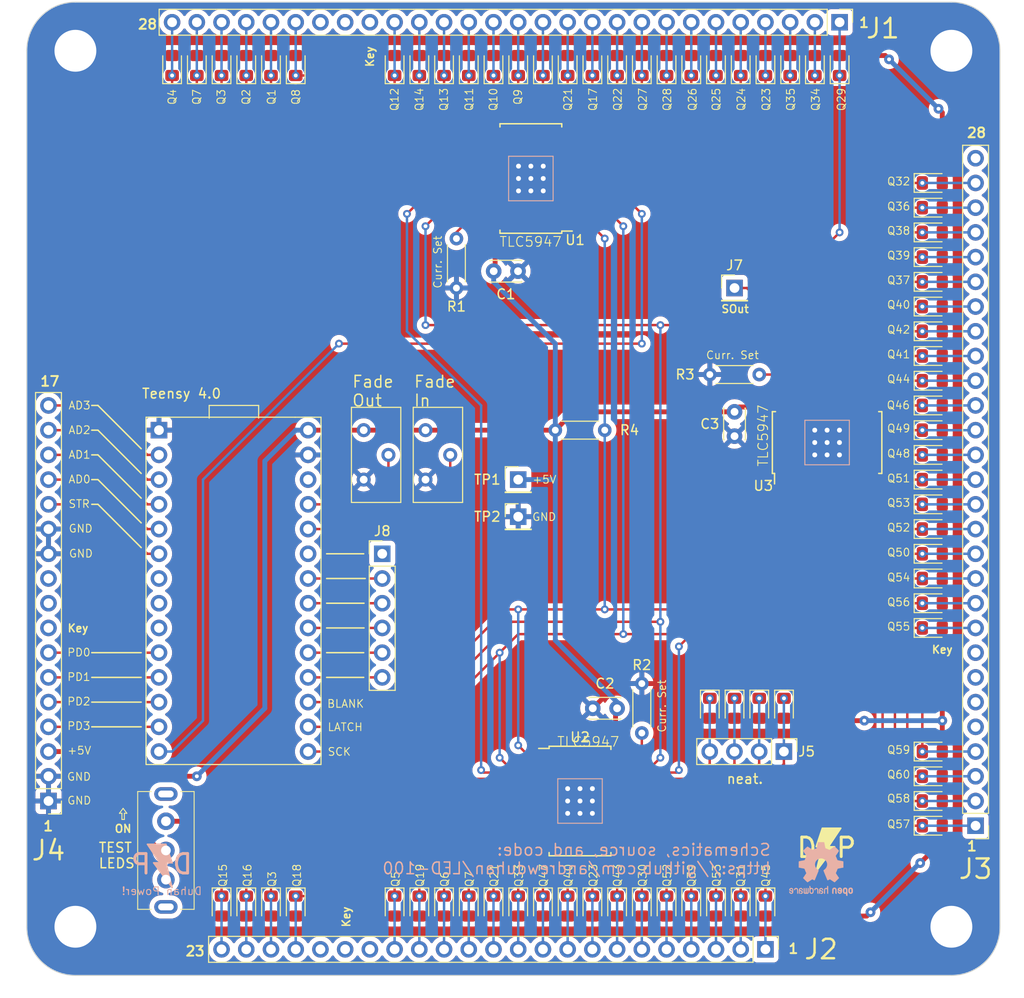
<source format=kicad_pcb>
(kicad_pcb (version 20221018) (generator pcbnew)
  (layers (0 "F.Cu" signal) (31 "B.Cu" signal) (34 "B.Paste" user) (35 "F.Paste" user) (36 "B.SilkS" user "B.Silkscreen") (37 "F.SilkS" user "F.Silkscreen") (38 "B.Mask" user) (39 "F.Mask" user) (44 "Edge.Cuts" user))
  (net 0 "")
  (net 1 "GND")
  (net 2 "+5V")
  (net 3 "Net-(J4-PD3)")
  (net 4 "Net-(J4-PD2)")
  (net 5 "Net-(J4-PD1)")
  (net 6 "Net-(J4-PD0)")
  (net 7 "Net-(J4-Strobe)")
  (net 8 "Net-(J4-AD0)")
  (net 9 "Net-(J4-AD1)")
  (net 10 "Net-(J4-AD2)")
  (net 11 "Net-(J4-AD3)")
  (net 12 "Net-(U1-IREF)")
  (net 13 "Net-(U3-IREF)")
  (net 14 "Net-(U2-IREF)")
  (net 17 "/FADEIN")
  (net 18 "/Q29")
  (net 19 "/LAT")
  (net 20 "/SCK")
  (net 21 "/MISO_A")
  (net 23 "/BLANK")
  (net 24 "/FADEOUT")
  (net 25 "/MISO_B")
  (net 26 "/MISO_C")
  (net 27 "/Q1")
  (net 28 "/Q2")
  (net 29 "/Q4")
  (net 30 "/Q5")
  (net 31 "/Q6")
  (net 32 "/Q8")
  (net 33 "/Q9")
  (net 34 "/Q10")
  (net 35 "/Q11")
  (net 36 "/Q12")
  (net 37 "/Q13")
  (net 38 "/Q14")
  (net 39 "/Q15")
  (net 40 "/Q16")
  (net 41 "/Q17")
  (net 42 "/Q18")
  (net 43 "/Q19")
  (net 44 "/Q20")
  (net 45 "/Q22")
  (net 46 "/Q24")
  (net 47 "/Q25")
  (net 48 "/Q26")
  (net 49 "/Q27")
  (net 50 "/Q28")
  (net 51 "/Q34")
  (net 52 "/Q35")
  (net 53 "/Q47")
  (net 54 "/Q33")
  (net 55 "/Q30")
  (net 56 "/Q31")
  (net 57 "/Q32")
  (net 58 "/Q36")
  (net 59 "/Q37")
  (net 60 "/Q38")
  (net 61 "/Q41")
  (net 62 "/Q42")
  (net 63 "/Q43")
  (net 64 "/Q44")
  (net 65 "/Q45")
  (net 66 "/Q46")
  (net 67 "/Q48")
  (net 68 "/Q49")
  (net 69 "/Q50")
  (net 70 "/Q51")
  (net 71 "/Q54")
  (net 72 "/Q55")
  (net 73 "/Q56")
  (net 74 "/Q57")
  (net 75 "/Q58")
  (net 76 "/Q59")
  (net 77 "/Q60")
  (net 78 "/XTRA1")
  (net 79 "/XTRA2")
  (net 80 "/XTRA3")
  (net 81 "/XTRA4")
  (net 82 "/Q3a")
  (net 83 "/Q7a")
  (net 84 "/Q21a")
  (net 85 "/Q23a")
  (net 86 "/Q39a")
  (net 87 "/Q40a")
  (net 88 "/Q52a")
  (net 89 "/Q53a")
  (net 90 "/Q3b")
  (net 91 "/Q7b")
  (net 92 "/Q21b")
  (net 93 "/Q40b")
  (net 94 "/Q23b")
  (net 95 "/Q52b")
  (net 96 "/Q39b")
  (net 97 "/Q53b")
  (net 99 "/TEST5V")
  (net 100 "Net-(J7-Pin_1)")
  (net 102 "Net-(J8-Pin_6)")
  (net 103 "Net-(J8-Pin_5)")
  (net 104 "Net-(J8-Pin_4)")
  (net 105 "Net-(J8-Pin_3)")
  (net 106 "Net-(J8-Pin_2)")
  (net 107 "Net-(J8-Pin_1)")
  (footprint "Connector_PinHeader_2.54mm:PinHeader_1x23_P2.54mm_Vertical" (layer "F.Cu") (at 175.895 147.32 -90)
    (fp_text reference "J2")
    (fp_text value "LDA100_2_J2")
  )
  (footprint "LED_SMD:LED_0805_2012Metric_Pad1.15x1.40mm_HandSolder" (layer "F.Cu") (at 170.815 142.875 -90)
    (fp_text reference "D53b1" hide)
    (fp_text value "LED_Small")
  )
  (footprint "LED_SMD:LED_0805_2012Metric_Pad1.15x1.40mm_HandSolder" (layer "F.Cu") (at 142.875 142.875 -90)
    (fp_text reference "D6" hide)
    (fp_text value "LED_Small")
  )
  (footprint "LED_SMD:LED_0805_2012Metric_Pad1.15x1.40mm_HandSolder" (layer "F.Cu") (at 172.72 122.555 -90)
    (fp_text reference "D71" hide)
    (fp_text value "LED_Small")
  )
  (footprint "Resistor_THT:R_Axial_DIN0204_L3.6mm_D1.6mm_P5.08mm_Horizontal" (layer "F.Cu") (at 144.145 74.295 -90)
    (fp_text reference "R1")
    (fp_text value "2.2k")
  )
  (footprint "LED_SMD:LED_0805_2012Metric_Pad1.15x1.40mm_HandSolder" (layer "F.Cu") (at 193.04 127)
    (fp_text reference "D59" hide)
    (fp_text value "LED_Small")
  )
  (footprint "Potentiometer_THT:Potentiometer_Bourns_3296Y_Vertical" (layer "F.Cu") (at 134.62 93.98 90)
    (fp_text reference "RV2" hide)
    (fp_text value "R_Potentiometer_US")
  )
  (footprint "LED_SMD:LED_0805_2012Metric_Pad1.15x1.40mm_HandSolder" (layer "F.Cu") (at 193.04 81.28)
    (fp_text reference "D40a1" hide)
    (fp_text value "LED_Small")
  )
  (footprint "Capacitor_THT:C_Disc_D3.0mm_W2.0mm_P2.50mm" (layer "F.Cu") (at 172.72 92.095 -90)
    (fp_text reference "C3")
    (fp_text value ".1u")
  )
  (footprint "LED_SMD:LED_0805_2012Metric_Pad1.15x1.40mm_HandSolder" (layer "F.Cu") (at 160.655 142.875 -90)
    (fp_text reference "D43" hide)
    (fp_text value "LED_Small")
  )
  (footprint "LED_SMD:LED_0805_2012Metric_Pad1.15x1.40mm_HandSolder" (layer "F.Cu") (at 193.04 91.44)
    (fp_text reference "D46" hide)
    (fp_text value "LED_Small")
  )
  (footprint "LED_SMD:LED_0805_2012Metric_Pad1.15x1.40mm_HandSolder" (layer "F.Cu") (at 140.335 142.875 -90)
    (fp_text reference "D19" hide)
    (fp_text value "LED_Small")
  )
  (footprint "LED_SMD:LED_0805_2012Metric_Pad1.15x1.40mm_HandSolder" (layer "F.Cu") (at 193.04 68.58)
    (fp_text reference "D32" hide)
    (fp_text value "LED_Small")
  )
  (footprint "Capacitor_THT:C_Disc_D3.0mm_W2.0mm_P2.50mm" (layer "F.Cu") (at 160.655 122.555 180)
    (fp_text reference "C2")
    (fp_text value ".1u")
  )
  (footprint "Resistor_THT:R_Axial_DIN0204_L3.6mm_D1.6mm_P5.08mm_Horizontal" (layer "F.Cu") (at 175.26 88.265 180)
    (fp_text reference "R3")
    (fp_text value "2.2k")
  )
  (footprint "LED_SMD:LED_0805_2012Metric_Pad1.15x1.40mm_HandSolder" (layer "F.Cu") (at 193.04 88.9)
    (fp_text reference "D44" hide)
    (fp_text value "LED_Small")
  )
  (footprint "LED_SMD:LED_0805_2012Metric_Pad1.15x1.40mm_HandSolder" (layer "F.Cu") (at 160.655 56.515 90)
    (fp_text reference "D22" hide)
    (fp_text value "LED_Small")
  )
  (footprint "Resistor_THT:R_Axial_DIN0204_L3.6mm_D1.6mm_P5.08mm_Horizontal" (layer "F.Cu") (at 163.195 125.095 90)
    (fp_text reference "R2")
    (fp_text value "2.2k")
  )
  (footprint "LED_SMD:LED_0805_2012Metric_Pad1.15x1.40mm_HandSolder" (layer "F.Cu") (at 137.795 142.875 -90)
    (fp_text reference "D5" hide)
    (fp_text value "LED_Small")
  )
  (footprint "LED_SMD:LED_0805_2012Metric_Pad1.15x1.40mm_HandSolder" (layer "F.Cu") (at 158.115 56.515 90)
    (fp_text reference "D17" hide)
    (fp_text value "LED_Small")
  )
  (footprint "LED_SMD:LED_0805_2012Metric_Pad1.15x1.40mm_HandSolder" (layer "F.Cu") (at 120.015 142.875 -90)
    (fp_text reference "D15" hide)
    (fp_text value "LED_Small")
  )
  (footprint "LED_SMD:LED_0805_2012Metric_Pad1.15x1.40mm_HandSolder" (layer "F.Cu") (at 177.8 122.555 -90)
    (fp_text reference "D69" hide)
    (fp_text value "LED_Small")
  )
  (footprint "Connector_PinHeader_2.54mm:PinHeader_1x04_P2.54mm_Vertical" (layer "F.Cu") (at 177.79 127 -90)
    (fp_text reference "J5")
    (fp_text value "xtra")
  )
  (footprint "LED_SMD:LED_0805_2012Metric_Pad1.15x1.40mm_HandSolder" (layer "F.Cu") (at 145.415 56.515 90)
    (fp_text reference "D11" hide)
    (fp_text value "LED_Small")
  )
  (footprint "LED_SMD:LED_0805_2012Metric_Pad1.15x1.40mm_HandSolder" (layer "F.Cu") (at 193.04 101.6)
    (fp_text reference "D53a1" hide)
    (fp_text value "LED_Small")
  )
  (footprint "LED_SMD:LED_0805_2012Metric_Pad1.15x1.40mm_HandSolder" (layer "F.Cu") (at 122.555 142.875 -90)
    (fp_text reference "D16" hide)
    (fp_text value "LED_Small")
  )
  (footprint "LED_SMD:LED_0805_2012Metric_Pad1.15x1.40mm_HandSolder" (layer "F.Cu") (at 170.815 56.515 90)
    (fp_text reference "D25" hide)
    (fp_text value "LED_Small")
  )
  (footprint "LED_SMD:LED_0805_2012Metric_Pad1.15x1.40mm_HandSolder" (layer "F.Cu") (at 173.355 142.875 -90)
    (fp_text reference "D31" hide)
    (fp_text value "LED_Small")
  )
  (footprint "LED_SMD:LED_0805_2012Metric_Pad1.15x1.40mm_HandSolder" (layer "F.Cu") (at 117.475 56.515 90)
    (fp_text reference "D7a1" hide)
    (fp_text value "LED_Small")
  )
  (footprint "LED_SMD:LED_0805_2012Metric_Pad1.15x1.40mm_HandSolder" (layer "F.Cu") (at 158.115 142.875 -90)
    (fp_text reference "D23b1" hide)
    (fp_text value "LED_Small")
  )
  (footprint "LED_SMD:LED_0805_2012Metric_Pad1.15x1.40mm_HandSolder" (layer "F.Cu") (at 173.355 56.515 90)
    (fp_text reference "D24" hide)
    (fp_text value "LED_Small")
  )
  (footprint "MountingHole:MountingHole_4.3mm_M4_Pad_TopBottom" (layer "F.Cu") (at 195 55)
    (fp_text reference "H2" hide)
    (fp_text value "MountingHole_Pad")
  )
  (footprint "LED_SMD:LED_0805_2012Metric_Pad1.15x1.40mm_HandSolder" (layer "F.Cu") (at 147.955 142.875 -90)
    (fp_text reference "D21b1" hide)
    (fp_text value "LED_Small")
  )
  (footprint "LED_SMD:LED_0805_2012Metric_Pad1.15x1.40mm_HandSolder" (layer "F.Cu") (at 193.04 96.52)
    (fp_text reference "D48" hide)
    (fp_text value "LED_Small")
  )
  (footprint "Connector_PinHeader_2.54mm:PinHeader_1x01_P2.54mm_Vertical" (layer "F.Cu") (at 172.72 79.375)
    (fp_text reference "J7")
    (fp_text value "Conn_01x01")
  )
  (footprint "LED_SMD:LED_0805_2012Metric_Pad1.15x1.40mm_HandSolder" (layer "F.Cu") (at 193.04 134.62)
    (fp_text reference "D57" hide)
    (fp_text value "LED_Small")
  )
  (footprint "LED_SMD:LED_0805_2012Metric_Pad1.15x1.40mm_HandSolder" (layer "F.Cu") (at 175.895 142.875 -90)
    (fp_text reference "D45" hide)
    (fp_text value "LED_Small")
  )
  (footprint "LED_SMD:LED_0805_2012Metric_Pad1.15x1.40mm_HandSolder" (layer "F.Cu") (at 125.095 56.515 90)
    (fp_text reference "D1" hide)
    (fp_text value "LED_Small")
  )
  (footprint "LED_SMD:LED_0805_2012Metric_Pad1.15x1.40mm_HandSolder" (layer "F.Cu") (at 150.495 56.515 90)
    (fp_text reference "D9" hide)
    (fp_text value "LED_Small")
  )
  (footprint "LED_SMD:LED_0805_2012Metric_Pad1.15x1.40mm_HandSolder" (layer "F.Cu") (at 155.575 142.875 -90)
    (fp_text reference "D40b1" hide)
    (fp_text value "LED_Small")
  )
  (footprint "LED_SMD:LED_0805_2012Metric_Pad1.15x1.40mm_HandSolder" (layer "F.Cu") (at 165.735 142.875 -90)
    (fp_text reference "D39b1" hide)
    (fp_text value "LED_Small")
  )
  (footprint "Connector_PinHeader_2.54mm:PinHeader_1x06_P2.54mm_Vertical" (layer "F.Cu") (at 136.525 106.68)
    (fp_text reference "J8")
    (fp_text value "Conn_01x06")
  )
  (footprint "LED_SMD:LED_0805_2012Metric_Pad1.15x1.40mm_HandSolder" (layer "F.Cu") (at 165.735 56.515 90)
    (fp_text reference "D28" hide)
    (fp_text value "LED_Small")
  )
  (footprint "LED_SMD:LED_0805_2012Metric_Pad1.15x1.40mm_HandSolder" (layer "F.Cu") (at 122.555 56.515 90)
    (fp_text reference "D2" hide)
    (fp_text value "LED_Small")
  )
  (footprint "LED_SMD:LED_0805_2012Metric_Pad1.15x1.40mm_HandSolder" (layer "F.Cu") (at 127.635 142.875 -90)
    (fp_text reference "D18" hide)
    (fp_text value "LED_Small")
  )
  (footprint "LED_SMD:LED_0805_2012Metric_Pad1.15x1.40mm_HandSolder" (layer "F.Cu") (at 180.975 56.515 90)
    (fp_text reference "D34" hide)
    (fp_text value "LED_Small")
  )
  (footprint "LED_SMD:LED_0805_2012Metric_Pad1.15x1.40mm_HandSolder" (layer "F.Cu") (at 178.435 56.515 90)
    (fp_text reference "D35" hide)
    (fp_text value "LED_Small")
  )
  (footprint "LED_SMD:LED_0805_2012Metric_Pad1.15x1.40mm_HandSolder" (layer "F.Cu") (at 127.635 56.515 90)
    (fp_text reference "D8" hide)
    (fp_text value "LED_Small")
  )
  (footprint "MountingHole:MountingHole_4.3mm_M4_Pad_TopBottom" (layer "F.Cu") (at 105 55)
    (fp_text reference "H1" hide)
    (fp_text value "MountingHole_Pad")
  )
  (footprint "Resistor_THT:R_Axial_DIN0204_L3.6mm_D1.6mm_P5.08mm_Horizontal" (layer "F.Cu") (at 154.305 93.98)
    (fp_text reference "R4")
    (fp_text value "100k")
  )
  (footprint "LED_SMD:LED_0805_2012Metric_Pad1.15x1.40mm_HandSolder" (layer "F.Cu") (at 193.04 106.68)
    (fp_text reference "D50" hide)
    (fp_text value "LED_Small")
  )
  (footprint "LED_SMD:LED_0805_2012Metric_Pad1.15x1.40mm_HandSolder" (layer "F.Cu") (at 193.04 114.3)
    (fp_text reference "D55" hide)
    (fp_text value "LED_Small")
  )
  (footprint "LED_SMD:LED_0805_2012Metric_Pad1.15x1.40mm_HandSolder" (layer "F.Cu") (at 150.495 142.875 -90)
    (fp_text reference "D33" hide)
    (fp_text value "LED_Small")
  )
  (footprint "LED_SMD:LED_0805_2012Metric_Pad1.15x1.40mm_HandSolder" (layer "F.Cu") (at 147.955 56.515 90)
    (fp_text reference "D10" hide)
    (fp_text value "LED_Small")
  )
  (footprint "LED_SMD:LED_0805_2012Metric_Pad1.15x1.40mm_HandSolder" (layer "F.Cu") (at 145.415 142.875 -90)
    (fp_text reference "D7b1" hide)
    (fp_text value "LED_Small")
  )
  (footprint "Package_SO:HTSSOP-32-1EP_6.1x11mm_P0.65mm_EP5.2x11mm_Mask4.11x4.36mm_ThermalVias" (layer "F.Cu") (at 156.845 132.08)
    (fp_text reference "U2")
    (fp_text value "TLC5947DAP")
  )
  (footprint "LED_SMD:LED_0805_2012Metric_Pad1.15x1.40mm_HandSolder" (layer "F.Cu") (at 193.04 99.06)
    (fp_text reference "D51" hide)
    (fp_text value "LED_Small")
  )
  (footprint "LED_SMD:LED_0805_2012Metric_Pad1.15x1.40mm_HandSolder" (layer "F.Cu") (at 155.575 56.515 90)
    (fp_text reference "D21a1" hide)
    (fp_text value "LED_Small")
  )
  (footprint "LED_SMD:LED_0805_2012Metric_Pad1.15x1.40mm_HandSolder" (layer "F.Cu") (at 168.275 56.515 90)
    (fp_text reference "D26" hide)
    (fp_text value "LED_Small")
  )
  (footprint "LED_SMD:LED_0805_2012Metric_Pad1.15x1.40mm_HandSolder" (layer "F.Cu") (at 153.035 56.515 90)
    (fp_text reference "D20" hide)
    (fp_text value "LED_Small")
  )
  (footprint "LED_SMD:LED_0805_2012Metric_Pad1.15x1.40mm_HandSolder" (layer "F.Cu") (at 142.875 56.515 90)
    (fp_text reference "D13" hide)
    (fp_text value "LED_Small")
  )
  (footprint "LED_SMD:LED_0805_2012Metric_Pad1.15x1.40mm_HandSolder" (layer "F.Cu") (at 193.04 104.14)
    (fp_text reference "D52a1" hide)
    (fp_text value "LED_Small")
  )
  (footprint "LED_SMD:LED_0805_2012Metric_Pad1.15x1.40mm_HandSolder" (layer "F.Cu") (at 125.095 142.875 -90)
    (fp_text reference "D3b1" hide)
    (fp_text value "LED_Small")
  )
  (footprint "LED_SMD:LED_0805_2012Metric_Pad1.15x1.40mm_HandSolder" (layer "F.Cu") (at 193.04 83.82)
    (fp_text reference "D42" hide)
    (fp_text value "LED_Small")
  )
  (footprint "LED_SMD:LED_0805_2012Metric_Pad1.15x1.40mm_HandSolder" (layer "F.Cu") (at 114.935 56.515 90)
    (fp_text reference "D4" hide)
    (fp_text value "LED_Small")
  )
  (footprint "LED_SMD:LED_0805_2012Metric_Pad1.15x1.40mm_HandSolder" (layer "F.Cu") (at 193.04 78.74)
    (fp_text reference "D37" hide)
    (fp_text value "LED_Small")
  )
  (footprint "Connector_PinHeader_2.54mm:PinHeader_1x01_P2.54mm_Vertical" (layer "F.Cu") (at 150.495 99.06)
    (fp_text reference "TP1")
    (fp_text value "Conn_01x01")
  )
  (footprint "LED_SMD:LED_0805_2012Metric_Pad1.15x1.40mm_HandSolder" (layer "F.Cu") (at 193.04 132.08)
    (fp_text reference "D58" hide)
    (fp_text value "LED_Small")
  )
  (footprint "LED_SMD:LED_0805_2012Metric_Pad1.15x1.40mm_HandSolder" (layer "F.Cu") (at 193.04 111.76)
    (fp_text reference "D56" hide)
    (fp_text value "LED_Small")
  )
  (footprint "LED_SMD:LED_0805_2012Metric_Pad1.15x1.40mm_HandSolder" (layer "F.Cu") (at 175.26 122.555 -90)
    (fp_text reference "D70" hide)
    (fp_text value "LED_Small")
  )
  (footprint "Package_SO:HTSSOP-32-1EP_6.1x11mm_P0.65mm_EP5.2x11mm_Mask4.11x4.36mm_ThermalVias" (layer "F.Cu") (at 182.23 95.25 90)
    (fp_text reference "U3")
    (fp_text value "TLC5947DAP")
  )
  (footprint "Connector_PinHeader_2.54mm:PinHeader_2x1x14_P2.54mm_Vertical" (layer "F.Cu") (at 121.285 109.22)
    (fp_text reference "U4" hide)
    (fp_text value "TEENSY 4.0")
  )
  (footprint "MountingHole:MountingHole_4.3mm_M4_Pad_TopBottom" (layer "F.Cu") (at 195 145)
    (fp_text reference "H4" hide)
    (fp_text value "MountingHole_Pad")
  )
  (footprint "LED_SMD:LED_0805_2012Metric_Pad1.15x1.40mm_HandSolder" (layer "F.Cu") (at 168.275 142.875 -90)
    (fp_text reference "D52b1" hide)
    (fp_text value "LED_Small")
  )
  (footprint "Potentiometer_THT:Potentiometer_Bourns_3296Y_Vertical" (layer "F.Cu") (at 140.97 93.98 90)
    (fp_text reference "RV1" hide)
    (fp_text value "R_Potentiometer_US")
  )
  (footprint "Connector_PinHeader_2.54mm:PinHeader_1x28_P2.54mm_Vertical" (layer "F.Cu") (at 197.485 134.62 180)
    (fp_text reference "J3")
    (fp_text value "LDA100_2_J3")
  )
  (footprint "LED_SMD:LED_0805_2012Metric_Pad1.15x1.40mm_HandSolder" (layer "F.Cu") (at 175.895 56.515 90)
    (fp_text reference "D23a1" hide)
    (fp_text value "LED_Small")
  )
  (footprint "Connector_PinHeader_2.54mm:PinHeader_1x17_P2.54mm_Vertical" (layer "F.Cu") (at 102.235 132.08 180)
    (fp_text reference "J4")
    (fp_text value "LDA100_2_J4")
  )
  (footprint "Button_Switch_THT:SW_Slide_SPDT_SLW-12689-4A-N-D" (layer "F.Cu") (at 114.3 137.16 -90)
    (fp_text reference "SW1" hide)
    (fp_text value "SW_SPDT")
  )
  (footprint "LED_SMD:LED_0805_2012Metric_Pad1.15x1.40mm_HandSolder" (layer "F.Cu") (at 193.04 76.2)
    (fp_text reference "D39a1" hide)
    (fp_text value "LED_Small")
  )
  (footprint "LED_SMD:LED_0805_2012Metric_Pad1.15x1.40mm_HandSolder" (layer "F.Cu") (at 193.04 71.12)
    (fp_text reference "D36" hide)
    (fp_text value "LED_Small")
  )
  (footprint "LED_SMD:LED_0805_2012Metric_Pad1.15x1.40mm_HandSolder" (layer "F.Cu") (at 163.195 56.515 90)
    (fp_text reference "D27" hide)
    (fp_text value "LED_Small")
  )
  (footprint "LED_SMD:LED_0805_2012Metric_Pad1.15x1.40mm_HandSolder" (layer "F.Cu") (at 120.015 56.515 90)
    (fp_text reference "D3a1" hide)
    (fp_text value "LED_Small")
  )
  (footprint "Connector_PinHeader_2.54mm:PinHeader_1x01_P2.54mm_Vertical" (layer "F.Cu") (at 150.495 102.87)
    (fp_text reference "TP2")
    (fp_text value "Conn_01x01")
  )
  (footprint "Connector_PinHeader_2.54mm:PinHeader_1x28_P2.54mm_Vertical" (layer "F.Cu") (at 183.515 52.07 -90)
    (fp_text reference "J1")
    (fp_text value "~")
  )
  (footprint "LED_SMD:LED_0805_2012Metric_Pad1.15x1.40mm_HandSolder" (layer "F.Cu") (at 193.04 93.98)
    (fp_text reference "D49" hide)
    (fp_text value "LED_Small")
  )
  (footprint "LED_SMD:LED_0805_2012Metric_Pad1.15x1.40mm_HandSolder" (layer "F.Cu") (at 183.515 56.515 90)
    (fp_text reference "D29" hide)
    (fp_text value "LED_Small")
  )
  (footprint "LED_SMD:LED_0805_2012Metric_Pad1.15x1.40mm_HandSolder" (layer "F.Cu") (at 193.04 109.22)
    (fp_text reference "D54" hide)
    (fp_text value "LED_Small")
  )
  (footprint "LED_SMD:LED_0805_2012Metric_Pad1.15x1.40mm_HandSolder" (layer "F.Cu") (at 193.04 86.36)
    (fp_text reference "D41" hide)
    (fp_text value "LED_Small")
  )
  (footprint "Package_SO:HTSSOP-32-1EP_6.1x11mm_P0.65mm_EP5.2x11mm_Mask4.11x4.36mm_ThermalVias" (layer "F.Cu") (at 151.79548 68.125 180)
    (fp_text reference "U1")
    (fp_text value "TLC5947DAP")
  )
  (footprint "LED_SMD:LED_0805_2012Metric_Pad1.15x1.40mm_HandSolder" (layer "F.Cu") (at 170.18 122.555 -90)
    (fp_text reference "D72" hide)
    (fp_text value "LED_Small")
  )
  (footprint "LED_SMD:LED_0805_2012Metric_Pad1.15x1.40mm_HandSolder" (layer "F.Cu") (at 163.195 142.875 -90)
    (fp_text reference "D30" hide)
    (fp_text value "LED_Small")
  )
  (footprint "Capacitor_THT:C_Disc_D3.0mm_W2.0mm_P2.50mm" (layer "F.Cu") (at 147.975 77.645)
    (fp_text reference "C1")
    (fp_text value ".1u")
  )
  (footprint "LED_SMD:LED_0805_2012Metric_Pad1.15x1.40mm_HandSolder" (layer "F.Cu") (at 137.795 56.515 90)
    (fp_text reference "D12" hide)
    (fp_text value "LED_Small")
  )
  (footprint "LED_SMD:LED_0805_2012Metric_Pad1.15x1.40mm_HandSolder" (layer "F.Cu") (at 193.04 129.54)
    (fp_text reference "D60" hide)
    (fp_text value "LED_Small")
  )
  (footprint "LED_SMD:LED_0805_2012Metric_Pad1.15x1.40mm_HandSolder" (layer "F.Cu") (at 140.335 56.515 90)
    (fp_text reference "D14" hide)
    (fp_text value "LED_Small")
  )
  (footprint "LED_SMD:LED_0805_2012Metric_Pad1.15x1.40mm_HandSolder" (layer "F.Cu") (at 193.04 73.66)
    (fp_text reference "D38" hide)
    (fp_text value "LED_Small")
  )
  (footprint "LED_SMD:LED_0805_2012Metric_Pad1.15x1.40mm_HandSolder" (layer "F.Cu") (at 153.035 142.875 -90)
    (fp_text reference "D47" hide)
    (fp_text value "LED_Small")
  )
  (footprint "MountingHole:MountingHole_4.3mm_M4_Pad_TopBottom" (layer "F.Cu") (at 105 145)
    (fp_text reference "H3" hide)
    (fp_text value "MountingHole_Pad")
  )
  (footprint "Symbol:OSHW-Logo2_7.3x6mm_SilkScreen" (layer "B.Cu") (at 181.61 139.065 180)
    (fp_text reference "REF**" hide)
    (fp_text value "OSHW-Logo2_7.3x6mm_SilkScreen" hide)
  )
  (gr_poly (pts (xy 114.3 136.525) (xy 112.395 136.525) (xy 113.665 138.43) (xy 113.03 138.43) (xy 114.935 140.97) (xy 114.3 138.43) (xy 114.935 138.43)) (stroke (width 0.15)) (fill solid) (layer "B.SilkS"))
  (gr_line (start 106.68 124.46) (end 111.76 124.46) (stroke (width 0.15)) (layer "F.SilkS"))
  (gr_line (start 107.315 99.06) (end 106.68 99.06) (stroke (width 0.15)) (layer "F.SilkS"))
  (gr_line (start 130.81 116.84) (end 134.62 116.84) (stroke (width 0.15)) (layer "F.SilkS"))
  (gr_line (start 106.68 119.38) (end 111.76 119.38) (stroke (width 0.15)) (layer "F.SilkS"))
  (gr_line (start 109.776059 133.342089) (end 109.776059 133.977089) (stroke (width 0.1)) (layer "F.SilkS"))
  (gr_line (start 109.903059 132.834089) (end 109.522059 133.342089) (stroke (width 0.1)) (layer "F.SilkS"))
  (gr_line (start 130.81 114.3) (end 134.65175 114.3) (stroke (width 0.15)) (layer "F.SilkS"))
  (gr_poly (pts (xy 181.737 134.874) (xy 183.642 134.874) (xy 182.372 136.779) (xy 183.007 136.779) (xy 181.102 139.319) (xy 181.737 136.779) (xy 181.102 136.779)) (stroke (width 0.15)) (fill solid) (layer "F.SilkS"))
  (gr_line (start 106.68 121.92) (end 111.76 121.92) (stroke (width 0.15)) (layer "F.SilkS"))
  (gr_line (start 107.315 93.98) (end 111.76 98.425) (stroke (width 0.15)) (layer "F.SilkS"))
  (gr_line (start 130.81 111.76) (end 134.65175 111.76) (stroke (width 0.15)) (layer "F.SilkS"))
  (gr_line (start 107.315 96.52) (end 111.76 100.965) (stroke (width 0.15)) (layer "F.SilkS"))
  (gr_line (start 106.68 116.84) (end 111.76 116.84) (stroke (width 0.15)) (layer "F.SilkS"))
  (gr_line (start 107.315 93.98) (end 106.68 93.98) (stroke (width 0.15)) (layer "F.SilkS"))
  (gr_line (start 107.315 91.44) (end 111.76 95.885) (stroke (width 0.15)) (layer "F.SilkS"))
  (gr_line (start 107.315 101.6) (end 111.76 106.045) (stroke (width 0.15)) (layer "F.SilkS"))
  (gr_line (start 130.81 106.68) (end 134.62 106.68) (stroke (width 0.15)) (layer "F.SilkS"))
  (gr_line (start 109.522059 133.342089) (end 109.776059 133.342089) (stroke (width 0.1)) (layer "F.SilkS"))
  (gr_line (start 110.030059 133.342089) (end 110.284059 133.342089) (stroke (width 0.1)) (layer "F.SilkS"))
  (gr_line (start 107.315 101.6) (end 106.68 101.6) (stroke (width 0.15)) (layer "F.SilkS"))
  (gr_line (start 107.315 96.52) (end 106.68 96.52) (stroke (width 0.15)) (layer "F.SilkS"))
  (gr_line (start 107.315 99.06) (end 111.76 103.505) (stroke (width 0.15)) (layer "F.SilkS"))
  (gr_line (start 130.81 119.38) (end 134.62 119.38) (stroke (width 0.15)) (layer "F.SilkS"))
  (gr_line (start 110.030059 133.977089) (end 110.030059 133.342089) (stroke (width 0.1)) (layer "F.SilkS"))
  (gr_line (start 130.81 109.22) (end 134.77875 109.22) (stroke (width 0.15)) (layer "F.SilkS"))
  (gr_line (start 107.315 91.44) (end 106.68 91.44) (stroke (width 0.15)) (layer "F.SilkS"))
  (gr_line (start 109.776059 133.977089) (end 110.030059 133.977089) (stroke (width 0.1)) (layer "F.SilkS"))
  (gr_line (start 110.284059 133.342089) (end 109.903059 132.834089) (stroke (width 0.1)) (layer "F.SilkS"))
  (gr_line (start 200 55) (end 200 145) (stroke (width 0.1)) (layer "Edge.Cuts"))
  (gr_arc (start 100 55) (mid 101.464467 51.464467) (end 105 50) (stroke (width 0.1)) (layer "Edge.Cuts"))
  (gr_arc (start 105 150) (mid 101.464467 148.535533) (end 100 145) (stroke (width 0.1)) (layer "Edge.Cuts"))
  (gr_arc (start 200 145) (mid 198.535533 148.535533) (end 195 150) (stroke (width 0.1)) (layer "Edge.Cuts"))
  (gr_line (start 100 55) (end 100 145) (stroke (width 0.1)) (layer "Edge.Cuts"))
  (gr_line (start 105 50) (end 195 50) (stroke (width 0.1)) (layer "Edge.Cuts"))
  (gr_line (start 105 150) (end 195 150) (stroke (width 0.1)) (layer "Edge.Cuts"))
  (gr_arc (start 195 50) (mid 198.535533 51.464466) (end 200 55) (stroke (width 0.1)) (layer "Edge.Cuts"))
  (gr_text "https://github.com/andrewduhan/LED-100" (at 176.53 139.7) (layer "B.SilkS") (effects (font (size 1.2 1.2)) (justify left bottom mirror)))
  (gr_text "Duhan Power!" (at 118.060517 141.801147) (layer "B.SilkS") (effects (font (size 0.8 0.8) (thickness 0.1)) (justify left bottom mirror)))
  (gr_text "P" (at 112.926237 139.741229) (layer "B.SilkS") (effects (font (size 2 2) (thickness 0.3)) (justify left bottom mirror)))
  (gr_text "Schematics, source, and code:" (at 176.53 137.795) (layer "B.SilkS") (effects (font (size 1.2 1.2)) (justify left bottom mirror)))
  (gr_text "D" (at 117.200769 139.736671) (layer "B.SilkS") (effects (font (size 2 2) (thickness 0.3)) (justify left bottom mirror)))
  (gr_text "Q29" (at 184.170972 61.247896 90) (layer "F.SilkS") (effects (font (size 0.8 0.8) (thickness 0.1)) (justify left bottom)))
  (gr_text "PD3" (at 104.112606 124.840375) (layer "F.SilkS") (effects (font (size 0.8 0.8) (thickness 0.1)) (justify left bottom)))
  (gr_text "Q50" (at 188.3364 107.0107) (layer "F.SilkS") (effects (font (size 0.8 0.8) (thickness 0.1)) (justify left bottom)))
  (gr_text "Q41" (at 188.3364 86.657543) (layer "F.SilkS") (effects (font (size 0.8 0.8) (thickness 0.1)) (justify left bottom)))
  (gr_text "Q55" (at 188.3364 114.621935) (layer "F.SilkS") (effects (font (size 0.8 0.8) (thickness 0.1)) (justify left bottom)))
  (gr_text "Q9" (at 150.933315 60.612896 90) (layer "F.SilkS") (effects (font (size 0.8 0.8) (thickness 0.1)) (justify left bottom)))
  (gr_text "PD1" (at 104.112606 119.803067) (layer "F.SilkS") (effects (font (size 0.8 0.8) (thickness 0.1)) (justify left bottom)))
  (gr_text "Q31" (at 173.842319 140.97 90) (layer "F.SilkS") (effects (font (size 0.8 0.8) (thickness 0.1)) (justify left bottom)))
  (gr_text "PD0" (at 104.112606 117.284413) (layer "F.SilkS") (effects (font (size 0.8 0.8) (thickness 0.1)) (justify left bottom)))
  (gr_text "Q25" (at 171.308723 61.247896 90) (layer "F.SilkS") (effects (font (size 0.8 0.8) (thickness 0.1)) (justify left bottom)))
  (gr_text "AD0" (at 104.234998 99.495811) (layer "F.SilkS") (effects (font (size 0.8 0.8) (thickness 0.1)) (justify left bottom)))
  (gr_text "Q15" (at 120.623509 140.97 90) (layer "F.SilkS") (effects (font (size 0.8 0.8) (thickness 0.1)) (justify left bottom)))
  (gr_text "Q6" (at 143.412242 140.97 90) (layer "F.SilkS") (effects (font (size 0.8 0.8) (thickness 0.1)) (justify left bottom)))
  (gr_text "AD3" (at 104.234998 91.906642) (layer "F.SilkS") (effects (font (size 0.8 0.8) (thickness 0.1)) (justify left bottom)))
  (gr_text "Q14" (at 140.79882 61.247896 90) (layer "F.SilkS") (effects (font (size 0.8 0.8) (thickness 0.1)) (justify left bottom)))
  (gr_text "Q56" (at 188.3364 112.117752) (layer "F.SilkS") (effects (font (size 0.8 0.8) (thickness 0.1)) (justify left bottom)))
  (gr_text "BLANK" (at 130.81 122.555) (layer "F.SilkS") (effects (font (size 0.8 0.8) (thickness 0.1)) (justify left bottom)))
  (gr_text "Q46" (at 188.302531 91.884725) (layer "F.SilkS") (effects (font (size 0.8 0.8) (thickness 0.1)) (justify left bottom)))
  (gr_text "Q58" (at 188.3364 132.287441) (layer "F.SilkS") (effects (font (size 0.8 0.8) (thickness 0.1)) (justify left bottom)))
  (gr_text "Key" (at 104.112606 114.798931) (layer "F.SilkS") (effects (font (size 0.8 0.8) (thickness 0.16) bold) (justify left bottom)))
  (gr_text "Q53" (at 171.349449 140.97 90) (layer "F.SilkS") (effects (font (size 0.8 0.8) (thickness 0.1)) (justify left bottom)))
  (gr_text "Q8" (at 128.116418 60.612896 90) (layer "F.SilkS") (effects (font (size 0.8 0.8) (thickness 0.1)) (justify left bottom)))
  (gr_text "Q7" (at 117.93923 60.612896 90) (layer "F.SilkS") (effects (font (size 0.8 0.8) (thickness 0.1)) (justify left bottom)))
  (gr_text "Q36" (at 188.3364 71.457123) (layer "F.SilkS") (effects (font (size 0.8 0.8) (thickness 0.1)) (justify left bottom)))
  (gr_text "Q4" (at 115.412167 60.612896 90) (layer "F.SilkS") (effects (font (size 0.8 0.8) (thickness 0.1)) (justify left bottom)))
  (gr_text "Key" (at 135.728285 56.755948 90) (layer "F.SilkS") (effects (font (size 0.8 0.8) (thickness 0.16) bold) (justify left bottom)))
  (gr_text "TLC5947" (at 148.508857 75.209448) (layer "F.SilkS") (effects (font (size 1 1) (thickness 0.1)) (justify left bottom)))
  (gr_text "TEST\nLEDS" (at 107.315 139.065) (layer "F.SilkS") (effects (font (size 1 1)) (justify left bottom)))
  (gr_text "Q51" (at 188.3364 99.400056) (layer "F.SilkS") (effects (font (size 0.8 0.8) (thickness 0.1)) (justify left bottom)))
  (gr_text "Q18" (at 128.228662 140.97 90) (layer "F.SilkS") (effects (font (size 0.8 0.8) (thickness 0.1)) (justify left bottom)))
  (gr_text "Q24" (at 173.872626 61.247896 90) (layer "F.SilkS") (effects (font (size 0.8 0.8) (thickness 0.1)) (justify left bottom)))
  (gr_text "GND" (at 104.088127 130.051665) (layer "F.SilkS") (effects (font (size 0.8 0.8) (thickness 0.1)) (justify left bottom)))
  (gr_text "Q26" (at 168.873015 61.247896 90) (layer "F.SilkS") (effects (font (size 0.8 0.8) (thickness 0.1)) (justify left bottom)))
  (gr_text "Q47" (at 153.56564 140.97 90) (layer "F.SilkS") (effects (font (size 0.8 0.8) (thickness 0.1)) (justify left bottom)))
  (gr_text "Q5" (at 138.363231 140.97 90) (layer "F.SilkS") (effects (font (size 0.8 0.8) (thickness 0.1)) (justify left bottom)))
  (gr_text "Q10" (at 148.406252 61.247896 90) (layer "F.SilkS") (effects (font (size 0.8 0.8) (thickness 0.1)) (justify left bottom)))
  (gr_text "17" (at 101.293834 89.551194) (layer "F.SilkS") (effects (font (size 1 1) (thickness 0.2) bold) (justify left bottom)))
  (gr_text "Q32" (at 188.3364 68.889831) (layer "F.SilkS") (effects (font (size 0.8 0.8) (thickness 0.1)) (justify left bottom)))
  (gr_text "Q2" (at 123.009052 60.612896 90) (layer "F.SilkS") (effects (font (size 0.8 0.8) (thickness 0.1)) (justify left bottom)))
  (gr_text "Fade\nIn" (at 139.71 91.635) (layer "F.SilkS") (effects (font (size 1.2 1.2)) (justify left bottom)))
  (gr_text "Q16" (at 123.141688 140.97 90) (layer "F.SilkS") (effects (font (size 0.8 0.8) (thickness 0.1)) (justify left bottom)))
  (gr_text "GND" (at 104.283955 107.126293) (layer "F.SilkS") (effects (font (size 0.8 0.8) (thickness 0.1)) (justify left bottom)))
  (gr_text "PD2" (at 104.112606 122.321721) (layer "F.SilkS") (effects (font (size 0.8 0.8) (thickness 0.1)) (justify left bottom)))
  (gr_text "Q43" (at 161.170793 140.97 90) (layer "F.SilkS") (effects (font (size 0.8 0.8) (thickness 0.1)) (justify left bottom)))
  (gr_text "Q42" (at 188.3364 84.1198) (layer "F.SilkS") (effects (font (size 0.8 0.8) (thickness 0.1)) (justify left bottom)))
  (gr_text "Q23" (at 176.43653 61.247896 90) (layer "F.SilkS") (effects (font (size 0.8 0.8) (thickness 0.1)) (justify left bottom)))
  (gr_text "Q40" (at 156.109127 140.97 90) (layer "F.SilkS") (effects (font (size 0.8 0.8) (thickness 0.1)) (justify left bottom)))
  (gr_text "Q57" (at 188.3364 134.9268) (layer "F.SilkS") (effects (font (size 0.8 0.8) (thickness 0.1)) (justify left bottom)))
  (gr_text "Q3" (at 125.672521 140.97 90) (layer "F.SilkS") (effects (font (size 0.8 0.8) (thickness 0.1)) (justify left bottom)))
  (gr_text "1" (at 196.504093 137.311582) (layer "F.SilkS") (effects (font (size 1 1) (thickness 0.2) bold) (justify left bottom)))
  (gr_text "Q59" (at 188.3364 127.294526) (layer "F.SilkS") (effects (font (size 0.8 0.8) (thickness 0.1)) (justify left bottom)))
  (gr_text "Q19" (at 140.868755 140.97 90) (layer "F.SilkS") (effects (font (size 0.8 0.8) (thickness 0.1)) (justify left bottom)))
  (gr_text "AD2" (at 104.234998 94.436365) (layer "F.SilkS") (effects (font (size 0.8 0.8) (thickness 0.1)) (justify left bottom)))
  (gr_text "Q27" (at 163.756981 61.247896 90) (layer "F.SilkS") (effects (font (size 0.8 0.8) (thickness 0.1)) (justify left bottom)))
  (gr_text "Q22" (at 161.18283 61.247896 90) (layer "F.SilkS") (effects (font (size 0.8 0.8) (thickness 0.1)) (justify left bottom)))
  (gr_text "P" (at 183.007 138.049) (layer "F.SilkS") (effects (font (size 2 2) (thickness 0.3)) (justify left bottom)))
  (gr_text "Q39" (at 168.778477 140.97 90) (layer "F.SilkS") (effects (font (size 0.8 0.8) (thickness 0.1)) (justify left bottom)))
  (gr_text "Q3" (at 120.450597 60.612896 90) (layer "F.SilkS") (effects (font (size 0.8 0.8) (thickness 0.1)) (justify left bottom)))
  (gr_text "+5V" (at 104.112606 127.359029) (layer "F.SilkS") (effects (font (size 0.8 0.8) (thickness 0.1)) (justify left bottom)))
  (gr_text "GND" (at 104.259477 104.55605) (layer "F.SilkS") (effects (font (size 0.8 0.8) (thickness 0.1)) (justify left bottom)))
  (gr_text "Curr. Set" (at 169.737985 86.739399) (layer "F.SilkS") (effects (font (size 0.8 0.8) (thickness 0.1)) (justify left bottom)))
  (gr_text "Q21" (at 148.486562 140.97 90) (layer "F.SilkS") (effects (font (size 0.8 0.8) (thickness 0.1)) (justify left bottom)))
  (gr_text "D" (at 178.954311 138.046773) (layer "F.SilkS") (effects (font (size 2 2) (thickness 0.3)) (justify left bottom)))
  (gr_text "Q52" (at 166.260298 140.97 90) (layer "F.SilkS") (effects (font (size 0.8 0.8) (thickness 0.1)) (justify left bottom)))
  (gr_text "+5V" (at 151.906125 99.525258) (layer "F.SilkS") (effects (font (size 0.8 0.8) (thickness 0.1)) (justify left bottom)))
  (gr_text "1" (at 101.6 135.255) (layer "F.SilkS") (effects (font (size 1 1) (thickness 0.2) bold) (justify left bottom)))
  (gr_text "AD1" (at 104.234998 96.966088) (layer "F.SilkS") (effects (font (size 0.8 0.8) (thickness 0.1)) (justify left bottom)))
  (gr_text "SCK" (at 130.865891 127.487869) (layer "F.SilkS") (effects (font (size 0.8 0.8) (thickness 0.1)) (justify left bottom)))
  (gr_text "23" (at 116.214167 148.097932) (layer "F.SilkS") (effects (font (size 1 1) (thickness 0.2) bold) (justify left bottom)))
  (gr_text "Q48" (at 188.3364 96.849126) (layer "F.SilkS") (effects (font (size 0.8 0.8) (thickness 0.1)) (justify left bottom)))
  (gr_text "Q30" (at 163.742119 140.97 90) (layer "F.SilkS") (effects (font (size 0.8 0.8) (thickness 0.1)) (justify left bottom)))
  (gr_text "28" (at 196.500344 64.014014) (layer "F.SilkS") (effects (font (size 1 1) (thickness 0.2) bold) (justify left bottom)))
  (gr_text "Key" (at 192.9084 116.9944) (layer "F.SilkS") (effects (font (size 0.8 0.8) (thickness 0.16) bold) (justify left bottom)))
  (gr_text "Q45" (at 176.411115 140.97 90) (layer "F.SilkS") (effects (font (size 0.8 0.8) (thickness 0.1)) (justify left bottom)))
  (gr_text "Q54" (at 188.3364 109.574955) (layer "F.SilkS") (effects (font (size 0.8 0.8) (thickness 0.1)) (justify left bottom)))
  (gr_text "TLC5947" (at 154.432 126.585) (layer "F.SilkS") (effects (font (size 1 1) (thickness 0.1)) (justify left bottom)))
  (gr_text "Q49" (at 188.3364 94.264443) (layer "F.SilkS") (effects (font (size 0.8 0.8) (thickness 0.1)) (justify left bottom)))
  (gr_text "SOut" (at 171.292762 81.999923) (layer "F.SilkS") (effects (font (size 0.8 0.8)) (justify left bottom)))
  (gr_text "1" (at 178.160827 147.841196) (layer "F.SilkS") (effects (font (size 1 1) (thickness 0.2) bold) (justify left bottom)))
  (gr_text "Key" (at 133.2992 145.1356 90) (layer "F.SilkS") (effects (font (size 0.8 0.8) (thickness 0.16) bold) (justify left bottom)))
  (gr_text "Q35" (at 178.957702 61.247896 90) (layer "F.SilkS") (effects (font (size 0.8 0.8) (thickness 0.1)) (justify left bottom)))
  (gr_text "STR" (at 104.234998 102.025535) (layer "F.SilkS") (effects (font (size 0.8 0.8) (thickness 0.1)) (justify left bottom)))
  (gr_text "Q1" (at 125.614595 60.612896 90) (layer "F.SilkS") (effects (font (size 0.8 0.8) (thickness 0.1)) (justify left bottom)))
  (gr_text "GND" (at 104.112606 132.499516) (layer "F.SilkS") (effects (font (size 0.8 0.8) (thickness 0.1)) (justify left bottom)))
  (gr_text "Q38" (at 188.3364 73.957003) (layer "F.SilkS") (effects (font (size 0.8 0.8) (thickness 0.1)) (justify left bottom)))
  (gr_text "Q13" (at 143.325883 61.247896 90) (layer "F.SilkS") (effects (font (size 0.8 0.8) (thickness 0.1)) (justify left bottom)))
  (gr_text "ON" (at 108.957248 135.397896) (layer "F.SilkS") (effects (font (size 0.8 0.8) (thickness 0.16) bold) (justify left bottom)))
  (gr_text "28" (at 111.327564 52.873027) (layer "F.SilkS") (effects (font (size 1 1) (thickness 0.2) bold) (justify left bottom)))
  (gr_text "1" (at 185.42 52.705) (layer "F.SilkS") (effects (font (size 1 1) (thickness 0.2) bold) (justify left bottom)))
  (gr_text "Q44" (at 188.3364 89.201306) (layer "F.SilkS") (effects (font (size 0.8 0.8) (thickness 0.1)) (justify left bottom)))
  (gr_text "Q39" (at 188.3364 76.498984) (layer "F.SilkS") (effects (font (size 0.8 0.8) (thickness 0.1)) (justify left bottom)))
  (gr_text "Q17" (at 158.640071 61.247896 90) (layer "F.SilkS") (effects (font (size 0.8 0.8) (thickness 0.1)) (justify left bottom)))
  (gr_text "Q23" (at 158.677923 140.97 90) (layer "F.SilkS") (effects (font (size 0.8 0.8) (thickness 0.1)) (justify left bottom)))
  (gr_text "Q28" (at 166.268348 61.247896 90) (layer "F.SilkS") (effects (font (size 0.8 0.8) (thickness 0.1)) (justify left bottom)))
  (gr_text "LATCH" (at 130.860293 124.953805) (layer "F.SilkS") (effects (font (size 0.8 0.8) (thickness 0.1)) (justify left bottom)))
  (gr_text "Q53" (at 188.3364 101.910665) (layer "F.SilkS") (effects (font (size 0.8 0.8) (thickness 0.1)) (justify left bottom)))
  (gr_text "Q7" (at 145.955729 140.97 90) (layer "F.SilkS") (effects (font (size 0.8 0.8) (thickness 0.1)) (justify left bottom)))
  (gr_text "Q21" (at 156.065921 61.247896 90) (layer "F.SilkS") (effects (font (size 0.8 0.8) (thickness 0.1)) (justify left bottom)))
  (gr_text "Q52" (at 188.3364 104.457174) (layer "F.SilkS") (effects (font (size 0.8 0.8) (thickness 0.1)) (justify left bottom)))
  (gr_text "Curr. Set" (at 165.735 125.095 90) (layer "F.SilkS") (effects (font (size 0.8 0.8) (thickness 0.1)) (justify left bottom)))
  (gr_text "Q37" (at 188.3364 79.041298) (layer "F.SilkS") (effects (font (size 0.8 0.8) (thickness 0.1)) (justify left bottom)))
  (gr_text "Fade\nOut" (at 133.36 91.635) (layer "F.SilkS") (effects (font (size 1.2 1.2)) (justify left bottom)))
  (gr_text "Q12" (at 138.256061 61.247896 90) (layer "F.SilkS") (effects (font (size 0.8 0.8) (thickness 0.1)) (justify left bottom)))
  (gr_text "Q40" (at 188.3364 81.562637) (layer "F.SilkS") (effects (font (size 0.8 0.8) (thickness 0.1)) (justify left bottom)))
  (gr_text "neat." (at 171.831 130.395) (layer "F.SilkS") (effects (font (size 1 1)) (justify left bottom)))
  (gr_text "TLC5947" (at 176.238085 97.79 90) (layer "F.SilkS") (effects (font (size 1 1) (thickness 0.1)) (justify left bottom)))
  (gr_text "Q33" (at 151.030049 140.97 90) (layer "F.SilkS") (effects (font (size 0.8 0.8) (thickness 0.1)) (justify left bottom)))
  (gr_text "GND" (at 151.882513 103.362131) (layer "F.SilkS") (effects (font (size 0.8 0.8) (thickness 0.1)) (justify left bottom)))
  (gr_text "Teensy 4.0" (at 111.76 90.805) (layer "F.SilkS") (effects (font (size 1 1)) (justify left bottom)))
  (gr_text "Q34" (at 181.521605 61.247896 90) (layer "F.SilkS") (effects (font (size 0.8 0.8) (thickness 0.1)) (justify left bottom)))
  (gr_text "Curr. Set" (at 142.702295 79.476734 90) (layer "F.SilkS") (effects (font (size 0.8 0.8) (thickness 0.1)) (justify left bottom)))
  (gr_text "Q60" (at 188.3364 129.826593) (layer "F.SilkS") (effects (font (size 0.8 0.8) (thickness 0.1)) (justify left bottom)))
  (gr_text "Q11" (at 145.91573 61.247896 90) (layer "F.SilkS") (effects (font (size 0.8 0.8) (thickness 0.1)) (justify left bottom)))
  (segment (start 128.348158 93.98) (end 134.62 93.98) (width 0.5) (layer "F.Cu") (net 2))
  (segment (start 111.125 129.54) (end 108.585 127) (width 0.5) (layer "F.Cu") (net 2))
  (segment (start 156.19 92.095) (end 172.72 92.095) (width 0.5) (layer "F.Cu") (net 2))
  (segment (start 154.305 93.98) (end 156.19 92.095) (width 0.5) (layer "F.Cu") (net 2))
  (segment (start 172.72 92.095) (end 173.215 91.6) (width 0.5) (layer "F.Cu") (net 2))
  (segment (start 147.975 77.645) (end 148.122 77.498) (width 0.5) (layer "F.Cu") (net 2))
  (segment (start 160.495 122.715) (end 160.655 122.555) (width 0.25) (layer "F.Cu") (net 2))
  (segment (start 111.125 134.62) (end 113.665 137.16) (width 0.5) (layer "F.Cu") (net 2))
  (segment (start 111.125 129.54) (end 111.125 134.62) (width 0.5) (layer "F.Cu") (net 2))
  (segment (start 117.475 129.54) (end 111.125 129.54) (width 0.5) (layer "F.Cu") (net 2))
  (segment (start 160.495 127) (end 160.495 122.715) (width 0.5) (layer "F.Cu") (net 2))
  (segment (start 108.585 127) (end 102.235 127) (width 0.5) (layer "F.Cu") (net 2))
  (segment (start 173.215 91.6) (end 177.165 91.6) (width 0.5) (layer "F.Cu") (net 2))
  (segment (start 113.665 137.16) (end 114.3 137.16) (width 0.5) (layer "F.Cu") (net 2))
  (segment (start 134.62 93.98) (end 154.305 93.98) (width 0.5) (layer "F.Cu") (net 2))
  (segment (start 148.122 77.498) (end 148.122 73.152) (width 0.5) (layer "F.Cu") (net 2))
  (via (at 117.475 129.54) (size 1) (drill 0.4) (layers "F.Cu" "B.Cu") (net 2))
  (segment (start 147.975 78.76) (end 147.975 77.645) (width 0.5) (layer "B.Cu") (net 2))
  (segment (start 154.305 99.06) (end 150.495 99.06) (width 0.5) (layer "B.Cu") (net 2))
  (segment (start 127.635 93.98) (end 128.348158 93.98) (width 0.5) (layer "B.Cu") (net 2))
  (segment (start 154.305 99.06) (end 154.305 89.535) (width 0.5) (layer "B.Cu") (net 2))
  (segment (start 160.655 122.555) (end 160.655 121.92) (width 0.5) (layer "B.Cu") (net 2))
  (segment (start 160.655 121.92) (end 154.305 115.57) (width 0.5) (layer "B.Cu") (net 2))
  (segment (start 124.46 97.155) (end 127.635 93.98) (width 0.5) (layer "B.Cu") (net 2))
  (segment (start 154.305 115.57) (end 154.305 99.06) (width 0.5) (layer "B.Cu") (net 2))
  (segment (start 117.475 129.54) (end 124.46 122.555) (width 0.5) (layer "B.Cu") (net 2))
  (segment (start 154.305 89.535) (end 154.305 85.09) (width 0.5) (layer "B.Cu") (net 2))
  (segment (start 154.305 85.09) (end 147.975 78.76) (width 0.5) (layer "B.Cu") (net 2))
  (segment (start 124.46 122.555) (end 124.46 97.155) (width 0.5) (layer "B.Cu") (net 2))
  (segment (start 102.235 124.46) (end 113.586842 124.46) (width 0.25) (layer "F.Cu") (net 3))
  (segment (start 102.235 121.92) (end 113.586842 121.92) (width 0.25) (layer "F.Cu") (net 4))
  (segment (start 102.235 119.38) (end 113.586842 119.38) (width 0.25) (layer "F.Cu") (net 5))
  (segment (start 102.235 116.84) (end 113.586842 116.84) (width 0.25) (layer "F.Cu") (net 6))
  (segment (start 102.235 101.6) (end 107.315 101.6) (width 0.25) (layer "F.Cu") (net 7))
  (segment (start 113.586842 106.68) (end 112.395 106.68) (width 0.25) (layer "F.Cu") (net 7))
  (segment (start 107.315 101.6) (end 112.395 106.68) (width 0.25) (layer "F.Cu") (net 7))
  (segment (start 102.235 99.06) (end 107.315 99.06) (width 0.25) (layer "F.Cu") (net 8))
  (segment (start 113.586842 104.14) (end 112.395 104.14) (width 0.25) (layer "F.Cu") (net 8))
  (segment (start 107.315 99.06) (end 112.395 104.14) (width 0.25) (layer "F.Cu") (net 8))
  (segment (start 113.586842 101.6) (end 112.395 101.6) (width 0.25) (layer "F.Cu") (net 9))
  (segment (start 102.235 96.52) (end 107.315 96.52) (width 0.25) (layer "F.Cu") (net 9))
  (segment (start 107.315 96.52) (end 112.395 101.6) (width 0.25) (layer "F.Cu") (net 9))
  (segment (start 102.235 93.98) (end 107.315 93.98) (width 0.25) (layer "F.Cu") (net 10))
  (segment (start 107.315 93.98) (end 112.395 99.06) (width 0.25) (layer "F.Cu") (net 10))
  (segment (start 113.586842 99.06) (end 112.395 99.06) (width 0.25) (layer "F.Cu") (net 10))
  (segment (start 113.586842 96.52) (end 112.395 96.52) (width 0.25) (layer "F.Cu") (net 11))
  (segment (start 112.395 96.52) (end 107.315 91.44) (width 0.25) (layer "F.Cu") (net 11))
  (segment (start 107.315 91.44) (end 102.235 91.44) (width 0.25) (layer "F.Cu") (net 11))
  (segment (start 145.455 72.35) (end 148.14548 72.35) (width 0.25) (layer "F.Cu") (net 12))
  (segment (start 144.145 74.295) (end 144.145 73.66) (width 0.25) (layer "F.Cu") (net 12))
  (segment (start 144.145 73.66) (end 145.455 72.35) (width 0.25) (layer "F.Cu") (net 12))
  (segment (start 176.53 88.265) (end 175.26 88.265) (width 0.25) (layer "F.Cu") (net 13))
  (segment (start 178.005 89.74) (end 176.53 88.265) (width 0.25) (layer "F.Cu") (net 13))
  (segment (start 178.005 91.6) (end 178.005 89.74) (width 0.25) (layer "F.Cu") (net 13))
  (segment (start 160.495 127.855) (end 162.34 127.855) (width 0.25) (layer "F.Cu") (net 14))
  (segment (start 162.34 127.855) (end 163.195 127) (width 0.25) (layer "F.Cu") (net 14))
  (segment (start 163.195 127) (end 163.195 125.095) (width 0.25) (layer "F.Cu") (net 14))
  (segment (start 143.51 99.695) (end 143.51 96.52) (width 0.25) (layer "F.Cu") (net 17))
  (segment (start 143.51 99.695) (end 139.065 104.14) (width 0.25) (layer "F.Cu") (net 17))
  (segment (start 139.065 104.14) (end 128.348158 104.14) (width 0.25) (layer "F.Cu") (net 17))
  (segment (start 179.955 91.6) (end 179.955 77.22) (width 0.25) (layer "F.Cu") (net 18))
  (segment (start 179.955 77.22) (end 183.515 73.66) (width 0.25) (layer "F.Cu") (net 18))
  (via (at 183.515 73.66) (size 0.8) (drill 0.4) (layers "F.Cu" "B.Cu") (net 18))
  (via (at 183.515 57.54) (size 0.8) (drill 0.4) (layers "F.Cu" "B.Cu") (net 18))
  (segment (start 183.515 57.54) (end 183.515 73.66) (width 0.25) (layer "B.Cu") (net 18))
  (segment (start 183.515 52.07) (end 183.515 57.54) (width 0.25) (layer "B.Cu") (net 18))
  (segment (start 149.86 113.665) (end 139.065 124.46) (width 0.25) (layer "F.Cu") (net 19))
  (segment (start 139.065 124.46) (end 136.525 124.46) (width 0.25) (layer "F.Cu") (net 19))
  (segment (start 178.655 91.6) (end 178.655 87.85) (width 0.25) (layer "F.Cu") (net 19))
  (segment (start 128.348158 124.46) (end 136.525 124.46) (width 0.25) (layer "F.Cu") (net 19))
  (segment (start 173.99 83.185) (end 165.1 83.185) (width 0.25) (layer "F.Cu") (net 19))
  (segment (start 165.1 83.185) (end 140.97 83.185) (width 0.25) (layer "F.Cu") (net 19))
  (segment (start 140.97 73.025) (end 142.295 71.7) (width 0.25) (layer "F.Cu") (net 19))
  (segment (start 160.495 128.505) (end 164.23 128.505) (width 0.25) (layer "F.Cu") (net 19))
  (segment (start 178.655 87.85) (end 173.99 83.185) (width 0.25) (layer "F.Cu") (net 19))
  (segment (start 164.23 128.505) (end 165.1 127.635) (width 0.25) (layer "F.Cu") (net 19))
  (segment (start 165.1 113.665) (end 149.86 113.665) (width 0.25) (layer "F.Cu") (net 19))
  (segment (start 142.295 71.7) (end 148.14548 71.7) (width 0.25) (layer "F.Cu") (net 19))
  (via (at 165.1 113.665) (size 0.8) (drill 0.4) (layers "F.Cu" "B.Cu") (net 19))
  (via (at 165.1 127.635) (size 0.8) (drill 0.4) (layers "F.Cu" "B.Cu") (net 19))
  (via (at 140.97 83.185) (size 0.8) (drill 0.4) (layers "F.Cu" "B.Cu") (net 19))
  (via (at 165.1 83.185) (size 0.8) (drill 0.4) (layers "F.Cu" "B.Cu") (net 19))
  (via (at 140.97 73.025) (size 0.8) (drill 0.4) (layers "F.Cu" "B.Cu") (net 19))
  (segment (start 140.97 83.185) (end 140.97 73.025) (width 0.25) (layer "B.Cu") (net 19))
  (segment (start 165.1 113.665) (end 165.1 83.185) (width 0.25) (layer "B.Cu") (net 19))
  (segment (start 165.1 113.665) (end 165.1 127.635) (width 0.25) (layer "B.Cu") (net 19))
  (segment (start 149.46 128.505) (end 148.59 127.635) (width 0.25) (layer "F.Cu") (net 20))
  (segment (start 166.264 114.935) (end 161.29 114.935) (width 0.25) (layer "F.Cu") (net 20))
  (segment (start 159.965 71.7) (end 155.44548 71.7) (width 0.25) (layer "F.Cu") (net 20))
  (segment (start 153.195 128.505) (end 149.46 128.505) (width 0.25) (layer "F.Cu") (net 20))
  (segment (start 178.655 102.544) (end 166.264 114.935) (width 0.25) (layer "F.Cu") (net 20))
  (segment (start 138.43 127) (end 136.525 127) (width 0.25) (layer "F.Cu") (net 20))
  (segment (start 178.655 98.9) (end 178.655 102.544) (width 0.25) (layer "F.Cu") (net 20))
  (segment (start 161.29 114.935) (end 150.495 114.935) (width 0.25) (layer "F.Cu") (net 20))
  (segment (start 148.59 116.84) (end 138.43 127) (width 0.25) (layer "F.Cu") (net 20))
  (segment (start 161.29 73.025) (end 159.965 71.7) (width 0.25) (layer "F.Cu") (net 20))
  (segment (start 150.495 114.935) (end 148.59 116.84) (width 0.25) (layer "F.Cu") (net 20))
  (segment (start 128.348158 127) (end 136.525 127) (width 0.25) (layer "F.Cu") (net 20))
  (via (at 161.29 73.025) (size 0.8) (drill 0.4) (layers "F.Cu" "B.Cu") (net 20))
  (via (at 148.59 116.84) (size 0.8) (drill 0.4) (layers "F.Cu" "B.Cu") (net 20))
  (via (at 161.29 114.935) (size 0.8) (drill 0.4) (layers "F.Cu" "B.Cu") (net 20))
  (via (at 148.59 127.635) (size 0.8) (drill 0.4) (layers "F.Cu" "B.Cu") (net 20))
  (segment (start 161.29 73.025) (end 161.29 114.935) (width 0.25) (layer "B.Cu") (net 20))
  (segment (start 148.59 116.84) (end 148.59 127.635) (width 0.25) (layer "B.Cu") (net 20))
  (segment (start 132.08 85.09) (end 163.195 85.09) (width 0.25) (layer "F.Cu") (net 21))
  (segment (start 162.49 71.05) (end 163.195 71.755) (width 0.25) (layer "F.Cu") (net 21))
  (segment (start 155.44548 71.05) (end 162.49 71.05) (width 0.25) (layer "F.Cu") (net 21))
  (via (at 132.08 85.09) (size 0.8) (drill 0.4) (layers "F.Cu" "B.Cu") (net 21))
  (via (at 163.195 85.09) (size 0.8) (drill 0.4) (layers "F.Cu" "B.Cu") (net 21))
  (via (at 163.195 71.755) (size 0.8) (drill 0.4) (layers "F.Cu" "B.Cu") (net 21))
  (segment (start 118.11 123.825) (end 114.935 127) (width 0.25) (layer "B.Cu") (net 21))
  (segment (start 118.11 99.06) (end 118.11 123.825) (width 0.25) (layer "B.Cu") (net 21))
  (segment (start 114.935 127) (end 113.586842 127) (width 0.25) (layer "B.Cu") (net 21))
  (segment (start 163.195 85.09) (end 163.195 71.755) (width 0.25) (layer "B.Cu") (net 21))
  (segment (start 132.08 85.09) (end 118.11 99.06) (width 0.25) (layer "B.Cu") (net 21))
  (segment (start 159.385 74.295) (end 157.44 72.35) (width 0.25) (layer "F.Cu") (net 23))
  (segment (start 178.005 101.395) (end 178.005 98.9) (width 0.25) (layer "F.Cu") (net 23))
  (segment (start 159.385 112.395) (end 167.005 112.395) (width 0.25) (layer "F.Cu") (net 23))
  (segment (start 157.44 72.35) (end 155.44548 72.35) (width 0.25) (layer "F.Cu") (net 23))
  (segment (start 167.005 112.395) (end 178.005 101.395) (width 0.25) (layer "F.Cu") (net 23))
  (segment (start 139.7 121.92) (end 128.348158 121.92) (width 0.25) (layer "F.Cu") (net 23))
  (segment (start 153.195 127.855) (end 151.985 127.855) (width 0.25) (layer "F.Cu") (net 23))
  (segment (start 150.495 112.395) (end 159.385 112.395) (width 0.25) (layer "F.Cu") (net 23))
  (segment (start 151.985 127.855) (end 150.495 126.365) (width 0.25) (layer "F.Cu") (net 23))
  (segment (start 150.495 112.395) (end 149.225 112.395) (width 0.25) (layer "F.Cu") (net 23))
  (segment (start 149.225 112.395) (end 139.7 121.92) (width 0.25) (layer "F.Cu") (net 23))
  (via (at 159.385 112.395) (size 0.8) (drill 0.4) (layers "F.Cu" "B.Cu") (net 23))
  (via (at 150.495 112.395) (size 0.8) (drill 0.4) (layers "F.Cu" "B.Cu") (net 23))
  (via (at 159.385 74.295) (size 0.8) (drill 0.4) (layers "F.Cu" "B.Cu") (net 23))
  (via (at 150.495 126.365) (size 0.8) (drill 0.4) (layers "F.Cu" "B.Cu") (net 23))
  (segment (start 159.385 93.98) (end 159.385 74.295) (width 0.25) (layer "B.Cu") (net 23))
  (segment (start 159.385 93.98) (end 159.385 112.395) (width 0.25) (layer "B.Cu") (net 23))
  (segment (start 150.495 126.365) (end 150.495 112.395) (width 0.25) (layer "B.Cu") (net 23))
  (segment (start 137.16 96.52) (end 137.16 99.695) (width 0.25) (layer "F.Cu") (net 24))
  (segment (start 128.348158 101.6) (end 135.255 101.6) (width 0.25) (layer "F.Cu") (net 24))
  (segment (start 135.255 101.6) (end 137.16 99.695) (width 0.25) (layer "F.Cu") (net 24))
  (segment (start 146.935 129.155) (end 146.685 128.905) (width 0.25) (layer "F.Cu") (net 25))
  (segment (start 139.065 71.755) (end 139.77 71.05) (width 0.25) (layer "F.Cu") (net 25))
  (segment (start 153.195 129.155) (end 146.935 129.155) (width 0.25) (layer "F.Cu") (net 25))
  (segment (start 139.77 71.05) (end 148.14548 71.05) (width 0.25) (layer "F.Cu") (net 25))
  (via (at 139.065 71.755) (size 0.8) (drill 0.4) (layers "F.Cu" "B.Cu") (net 25))
  (via (at 146.685 128.905) (size 0.8) (drill 0.4) (layers "F.Cu" "B.Cu") (net 25))
  (segment (start 139.065 71.755) (end 139.065 83.82) (width 0.25) (layer "B.Cu") (net 25))
  (segment (start 139.065 83.82) (end 146.685 91.44) (width 0.25) (layer "B.Cu") (net 25))
  (segment (start 146.685 91.44) (end 146.685 128.905) (width 0.25) (layer "B.Cu") (net 25))
  (segment (start 179.305 98.9) (end 179.305 103.905) (width 0.25) (layer "F.Cu") (net 26))
  (segment (start 160.495 129.155) (end 166.755 129.155) (width 0.25) (layer "F.Cu") (net 26))
  (segment (start 179.305 103.905) (end 167.005 116.205) (width 0.25) (layer "F.Cu") (net 26))
  (segment (start 166.755 129.155) (end 167.005 128.905) (width 0.25) (layer "F.Cu") (net 26))
  (via (at 167.005 128.905) (size 0.8) (drill 0.4) (layers "F.Cu" "B.Cu") (net 26))
  (via (at 167.005 116.205) (size 0.8) (drill 0.4) (layers "F.Cu" "B.Cu") (net 26))
  (segment (start 167.005 116.205) (end 167.005 128.905) (width 0.25) (layer "B.Cu") (net 26))
  (segment (start 148.14548 67.8) (end 142.73 67.8) (width 0.25) (layer "F.Cu") (net 27))
  (segment (start 125.095 58.42) (end 125.095 57.54) (width 0.25) (layer "F.Cu") (net 27))
  (segment (start 126.365 59.69) (end 125.095 58.42) (width 0.25) (layer "F.Cu") (net 27))
  (segment (start 134.62 59.69) (end 126.365 59.69) (width 0.25) (layer "F.Cu") (net 27))
  (segment (start 142.73 67.8) (end 134.62 59.69) (width 0.25) (layer "F.Cu") (net 27))
  (via (at 125.095 57.54) (size 0.8) (drill 0.4) (layers "F.Cu" "B.Cu") (net 27))
  (segment (start 125.095 52.07) (end 125.095 57.54) (width 0.25) (layer "B.Cu") (net 27))
  (segment (start 141.475 68.45) (end 133.985 60.96) (width 0.25) (layer "F.Cu") (net 28))
  (segment (start 133.985 60.96) (end 125.095 60.96) (width 0.25) (layer "F.Cu") (net 28))
  (segment (start 125.095 60.96) (end 122.555 58.42) (width 0.25) (layer "F.Cu") (net 28))
  (segment (start 148.14548 68.45) (end 141.475 68.45) (width 0.25) (layer "F.Cu") (net 28))
  (segment (start 122.555 58.42) (end 122.555 57.54) (width 0.25) (layer "F.Cu") (net 28))
  (via (at 122.555 57.54) (size 0.8) (drill 0.4) (layers "F.Cu" "B.Cu") (net 28))
  (segment (start 122.555 52.07) (end 122.555 57.54) (width 0.25) (layer "B.Cu") (net 28))
  (segment (start 121.285 64.77) (end 114.935 58.42) (width 0.25) (layer "F.Cu") (net 29))
  (segment (start 114.935 58.42) (end 114.935 57.54) (width 0.25) (layer "F.Cu") (net 29))
  (segment (start 148.14548 70.4) (end 137.71 70.4) (width 0.25) (layer "F.Cu") (net 29))
  (segment (start 137.71 70.4) (end 132.08 64.77) (width 0.25) (layer "F.Cu") (net 29))
  (segment (start 132.08 64.77) (end 121.285 64.77) (width 0.25) (layer "F.Cu") (net 29))
  (via (at 114.935 57.54) (size 0.8) (drill 0.4) (layers "F.Cu" "B.Cu") (net 29))
  (segment (start 114.935 52.07) (end 114.935 57.54) (width 0.25) (layer "B.Cu") (net 29))
  (segment (start 146.36 132.405) (end 137.795 140.97) (width 0.25) (layer "F.Cu") (net 30))
  (segment (start 137.795 140.97) (end 137.795 141.85) (width 0.25) (layer "F.Cu") (net 30))
  (segment (start 153.195 132.405) (end 146.36 132.405) (width 0.25) (layer "F.Cu") (net 30))
  (via (at 137.795 141.85) (size 0.8) (drill 0.4) (layers "F.Cu" "B.Cu") (net 30))
  (segment (start 137.795 147.32) (end 137.795 141.85) (width 0.25) (layer "B.Cu") (net 30))
  (segment (start 150.14 133.705) (end 142.875 140.97) (width 0.25) (layer "F.Cu") (net 31))
  (segment (start 153.195 133.705) (end 150.14 133.705) (width 0.25) (layer "F.Cu") (net 31))
  (segment (start 142.875 140.97) (end 142.875 141.85) (width 0.25) (layer "F.Cu") (net 31))
  (via (at 142.875 141.85) (size 0.8) (drill 0.4) (layers "F.Cu" "B.Cu") (net 31))
  (segment (start 142.875 147.32) (end 142.875 141.85) (width 0.25) (layer "B.Cu") (net 31))
  (segment (start 134.375 57.54) (end 143.985 67.15) (width 0.25) (layer "F.Cu") (net 32))
  (segment (start 143.985 67.15) (end 148.14548 67.15) (width 0.25) (layer "F.Cu") (net 32))
  (segment (start 127.635 57.54) (end 134.375 57.54) (width 0.25) (layer "F.Cu") (net 32))
  (via (at 127.635 57.54) (size 0.8) (drill 0.4) (layers "F.Cu" "B.Cu") (net 32))
  (segment (start 127.635 52.07) (end 127.635 57.54) (width 0.25) (layer "B.Cu") (net 32))
  (segment (start 150.495 57.54) (end 150.495 59.69) (width 0.25) (layer "F.Cu") (net 33))
  (segment (start 150.495 59.69) (end 148.14548 62.03952) (width 0.25) (layer "F.Cu") (net 33))
  (segment (start 148.14548 62.03952) (end 148.14548 63.25) (width 0.25) (layer "F.Cu") (net 33))
  (via (at 150.495 57.54) (size 0.8) (drill 0.4) (layers "F.Cu" "B.Cu") (net 33))
  (segment (start 150.495 52.07) (end 150.495 57.54) (width 0.25) (layer "B.Cu") (net 33))
  (segment (start 147.34548 63.9) (end 146.685 63.23952) (width 0.25) (layer "F.Cu") (net 34))
  (segment (start 148.14548 63.9) (end 147.34548 63.9) (width 0.25) (layer "F.Cu") (net 34))
  (segment (start 146.685 63.23952) (end 146.685 61.595) (width 0.25) (layer "F.Cu") (net 34))
  (segment (start 146.685 61.595) (end 147.955 60.325) (width 0.25) (layer "F.Cu") (net 34))
  (segment (start 147.955 60.325) (end 147.955 57.54) (width 0.25) (layer "F.Cu") (net 34))
  (via (at 147.955 57.54) (size 0.8) (drill 0.4) (layers "F.Cu" "B.Cu") (net 34))
  (segment (start 147.955 52.07) (end 147.955 57.54) (width 0.25) (layer "B.Cu") (net 34))
  (segment (start 148.14548 64.55) (end 146.465 64.55) (width 0.25) (layer "F.Cu") (net 35))
  (segment (start 146.465 64.55) (end 145.415 63.5) (width 0.25) (layer "F.Cu") (net 35))
  (segment (start 145.415 63.5) (end 145.415 57.54) (width 0.25) (layer "F.Cu") (net 35))
  (via (at 145.415 57.54) (size 0.8) (drill 0.4) (layers "F.Cu" "B.Cu") (net 35))
  (segment (start 145.415 52.07) (end 145.415 57.54) (width 0.25) (layer "B.Cu") (net 35))
  (segment (start 144.605 66.5) (end 137.795 59.69) (width 0.25) (layer "F.Cu") (net 36))
  (segment (start 148.14548 66.5) (end 144.605 66.5) (width 0.25) (layer "F.Cu") (net 36))
  (segment (start 137.795 59.69) (end 137.795 57.54) (width 0.25) (layer "F.Cu") (net 36))
  (via (at 137.795 57.54) (size 0.8) (drill 0.4) (layers "F.Cu" "B.Cu") (net 36))
  (segment (start 137.795 52.07) (end 137.795 57.54) (width 0.25) (layer "B.Cu") (net 36))
  (segment (start 145.845 65.2) (end 142.875 62.23) (width 0.25) (layer "F.Cu") (net 37))
  (segment (start 142.875 62.23) (end 142.875 57.54) (width 0.25) (layer "F.Cu") (net 37))
  (segment (start 148.14548 65.2) (end 145.845 65.2) (width 0.25) (layer "F.Cu") (net 37))
  (via (at 142.875 57.54) (size 0.8) (drill 0.4) (layers "F.Cu" "B.Cu") (net 37))
  (segment (start 142.875 52.07) (end 142.875 57.54) (width 0.25) (layer "B.Cu") (net 37))
  (segment (start 145.225 65.85) (end 140.335 60.96) (width 0.25) (layer "F.Cu") (net 38))
  (segment (start 140.335 60.96) (end 140.335 57.54) (width 0.25) (layer "F.Cu") (net 38))
  (segment (start 148.14548 65.85) (end 145.225 65.85) (width 0.25) (layer "F.Cu") (net 38))
  (via (at 140.335 57.54) (size 0.8) (drill 0.4) (layers "F.Cu" "B.Cu") (net 38))
  (segment (start 140.335 52.07) (end 140.335 57.54) (width 0.25) (layer "B.Cu") (net 38))
  (segment (start 153.195 129.805) (end 143.88 129.805) (width 0.25) (layer "F.Cu") (net 39))
  (segment (start 135.89 137.795) (end 123.19 137.795) (width 0.25) (layer "F.Cu") (net 39))
  (segment (start 120.015 140.97) (end 120.015 141.85) (width 0.25) (layer "F.Cu") (net 39))
  (segment (start 123.19 137.795) (end 120.015 140.97) (width 0.25) (layer "F.Cu") (net 39))
  (segment (start 143.88 129.805) (end 135.89 137.795) (width 0.25) (layer "F.Cu") (net 39))
  (via (at 120.015 141.85) (size 0.8) (drill 0.4) (layers "F.Cu" "B.Cu") (net 39))
  (segment (start 120.015 147.32) (end 120.015 141.85) (width 0.25) (layer "B.Cu") (net 39))
  (segment (start 122.555 140.97) (end 122.555 141.85) (width 0.25) (layer "F.Cu") (net 40))
  (segment (start 124.46 139.065) (end 122.555 140.97) (width 0.25) (layer "F.Cu") (net 40))
  (segment (start 153.195 130.455) (end 144.5 130.455) (width 0.25) (layer "F.Cu") (net 40))
  (segment (start 144.5 130.455) (end 135.89 139.065) (width 0.25) (layer "F.Cu") (net 40))
  (segment (start 135.89 139.065) (end 124.46 139.065) (width 0.25) (layer "F.Cu") (net 40))
  (via (at 122.555 141.85) (size 0.8) (drill 0.4) (layers "F.Cu" "B.Cu") (net 40))
  (segment (start 122.555 147.32) (end 122.555 141.85) (width 0.25) (layer "B.Cu") (net 40))
  (segment (start 158.115 57.54) (end 158.115 63.5) (width 0.25) (layer "F.Cu") (net 41))
  (segment (start 158.115 63.5) (end 157.065 64.55) (width 0.25) (layer "F.Cu") (net 41))
  (segment (start 157.065 64.55) (end 155.44548 64.55) (width 0.25) (layer "F.Cu") (net 41))
  (via (at 158.115 57.54) (size 0.8) (drill 0.4) (layers "F.Cu" "B.Cu") (net 41))
  (segment (start 158.115 52.07) (end 158.115 57.54) (width 0.25) (layer "B.Cu") (net 41))
  (segment (start 135.645 141.85) (end 145.74 131.755) (width 0.25) (layer "F.Cu") (net 42))
  (segment (start 145.74 131.755) (end 153.195 131.755) (width 0.25) (layer "F.Cu") (net 42))
  (segment (start 127.635 141.85) (end 135.645 141.85) (width 0.25) (layer "F.Cu") (net 42))
  (via (at 127.635 141.85) (size 0.8) (drill 0.4) (layers "F.Cu" "B.Cu") (net 42))
  (segment (start 127.635 147.32) (end 127.635 141.85) (width 0.25) (layer "B.Cu") (net 42))
  (segment (start 140.335 140.97) (end 140.335 141.85) (width 0.25) (layer "F.Cu") (net 43))
  (segment (start 148.25 133.055) (end 140.335 140.97) (width 0.25) (layer "F.Cu") (net 43))
  (segment (start 153.195 133.055) (end 148.25 133.055) (width 0.25) (layer "F.Cu") (net 43))
  (via (at 140.335 141.85) (size 0.8) (drill 0.4) (layers "F.Cu" "B.Cu") (net 43))
  (segment (start 140.335 147.32) (end 140.335 141.85) (width 0.25) (layer "B.Cu") (net 43))
  (segment (start 153.035 59.713) (end 155.44548 62.12348) (width 0.25) (layer "F.Cu") (net 44))
  (segment (start 155.44548 62.12348) (end 155.44548 63.25) (width 0.25) (layer "F.Cu") (net 44))
  (segment (start 153.035 57.54) (end 153.035 59.713) (width 0.25) (layer "F.Cu") (net 44))
  (via (at 153.035 57.54) (size 0.8) (drill 0.4) (layers "F.Cu" "B.Cu") (net 44))
  (segment (start 153.035 52.07) (end 153.035 57.54) (width 0.25) (layer "B.Cu") (net 44))
  (segment (start 160.655 62.23) (end 157.685 65.2) (width 0.25) (layer "F.Cu") (net 45))
  (segment (start 157.685 65.2) (end 155.44548 65.2) (width 0.25) (layer "F.Cu") (net 45))
  (segment (start 160.655 57.54) (end 160.655 62.23) (width 0.25) (layer "F.Cu") (net 45))
  (via (at 160.655 57.54) (size 0.8) (drill 0.4) (layers "F.Cu" "B.Cu") (net 45))
  (segment (start 160.655 52.07) (end 160.655 57.54) (width 0.25) (layer "B.Cu") (net 45))
  (segment (start 173.355 57.54) (end 173.355 58.42) (width 0.25) (layer "F.Cu") (net 46))
  (segment (start 173.355 58.42) (end 163.325 68.45) (width 0.25) (layer "F.Cu") (net 46))
  (segment (start 163.325 68.45) (end 155.44548 68.45) (width 0.25) (layer "F.Cu") (net 46))
  (via (at 173.355 57.54) (size 0.8) (drill 0.4) (layers "F.Cu" "B.Cu") (net 46))
  (segment (start 173.355 52.07) (end 173.355 57.54) (width 0.25) (layer "B.Cu") (net 46))
  (segment (start 161.435 67.8) (end 155.44548 67.8) (width 0.25) (layer "F.Cu") (net 47))
  (segment (start 170.815 57.54) (end 170.815 58.42) (width 0.25) (layer "F.Cu") (net 47))
  (segment (start 170.815 58.42) (end 161.435 67.8) (width 0.25) (layer "F.Cu") (net 47))
  (via (at 170.815 57.54) (size 0.8) (drill 0.4) (layers "F.Cu" "B.Cu") (net 47))
  (segment (start 170.815 52.07) (end 170.815 57.54) (width 0.25) (layer "B.Cu") (net 47))
  (segment (start 168.275 58.42) (end 159.545 67.15) (width 0.25) (layer "F.Cu") (net 48))
  (segment (start 168.275 57.54) (end 168.275 58.42) (width 0.25) (layer "F.Cu") (net 48))
  (segment (start 159.545 67.15) (end 155.44548 67.15) (width 0.25) (layer "F.Cu") (net 48))
  (via (at 168.275 57.54) (size 0.8) (drill 0.4) (layers "F.Cu" "B.Cu") (net 48))
  (segment (start 168.275 52.07) (end 168.275 57.54) (width 0.25) (layer "B.Cu") (net 48))
  (segment (start 158.305 65.85) (end 155.44548 65.85) (width 0.25) (layer "F.Cu") (net 49))
  (segment (start 163.195 60.96) (end 158.305 65.85) (width 0.25) (layer "F.Cu") (net 49))
  (segment (start 163.195 57.54) (end 163.195 60.96) (width 0.25) (layer "F.Cu") (net 49))
  (via (at 163.195 57.54) (size 0.8) (drill 0.4) (layers "F.Cu" "B.Cu") (net 49))
  (segment (start 163.195 52.07) (end 163.195 57.54) (width 0.25) (layer "B.Cu") (net 49))
  (segment (start 165.735 57.54) (end 165.735 59.69) (width 0.25) (layer "F.Cu") (net 50))
  (segment (start 158.925 66.5) (end 155.44548 66.5) (width 0.25) (layer "F.Cu") (net 50))
  (segment (start 165.735 59.69) (end 158.925 66.5) (width 0.25) (layer "F.Cu") (net 50))
  (via (at 165.735 57.54) (size 0.8) (drill 0.4) (layers "F.Cu" "B.Cu") (net 50))
  (segment (start 165.735 52.07) (end 165.735 57.54) (width 0.25) (layer "B.Cu") (net 50))
  (segment (start 168.995 70.4) (end 155.44548 70.4) (width 0.25) (layer "F.Cu") (net 51))
  (segment (start 180.975 57.54) (end 180.975 58.42) (width 0.25) (layer "F.Cu") (net 51))
  (segment (start 180.975 58.42) (end 168.995 70.4) (width 0.25) (layer "F.Cu") (net 51))
  (via (at 180.975 57.54) (size 0.8) (drill 0.4) (layers "F.Cu" "B.Cu") (net 51))
  (segment (start 180.975 52.07) (end 180.975 57.54) (width 0.25) (layer "B.Cu") (net 51))
  (segment (start 178.435 58.42) (end 167.105 69.75) (width 0.25) (layer "F.Cu") (net 52))
  (segment (start 178.435 57.54) (end 178.435 58.42) (width 0.25) (layer "F.Cu") (net 52))
  (segment (start 167.105 69.75) (end 155.44548 69.75) (width 0.25) (layer "F.Cu") (net 52))
  (via (at 178.435 57.54) (size 0.8) (drill 0.4) (layers "F.Cu" "B.Cu") (net 52))
  (segment (start 178.435 52.07) (end 178.435 57.54) (width 0.25) (layer "B.Cu") (net 52))
  (segment (start 153.035 139.7) (end 153.035 141.85) (width 0.25) (layer "F.Cu") (net 53))
  (segment (start 153.195 136.305) (end 152.345 136.305) (width 0.25) (layer "F.Cu") (net 53))
  (segment (start 151.765 136.885) (end 151.765 138.43) (width 0.25) (layer "F.Cu") (net 53))
  (segment (start 152.345 136.305) (end 151.765 136.885) (width 0.25) (layer "F.Cu") (net 53))
  (segment (start 151.765 138.43) (end 153.035 139.7) (width 0.25) (layer "F.Cu") (net 53))
  (via (at 153.035 141.85) (size 0.8) (drill 0.4) (layers "F.Cu" "B.Cu") (net 53))
  (segment (start 153.035 147.32) (end 153.035 141.85) (width 0.25) (layer "B.Cu") (net 53))
  (segment (start 150.495 137.16) (end 150.495 141.85) (width 0.25) (layer "F.Cu") (net 54))
  (segment (start 152 135.655) (end 150.495 137.16) (width 0.25) (layer "F.Cu") (net 54))
  (segment (start 153.195 135.655) (end 152 135.655) (width 0.25) (layer "F.Cu") (net 54))
  (via (at 150.495 141.85) (size 0.8) (drill 0.4) (layers "F.Cu" "B.Cu") (net 54))
  (segment (start 150.495 147.32) (end 150.495 141.85) (width 0.25) (layer "B.Cu") (net 54))
  (segment (start 163.195 137.16) (end 163.195 141.85) (width 0.25) (layer "F.Cu") (net 55))
  (segment (start 161.69 135.655) (end 163.195 137.16) (width 0.25) (layer "F.Cu") (net 55))
  (segment (start 160.495 135.655) (end 161.69 135.655) (width 0.25) (layer "F.Cu") (net 55))
  (via (at 163.195 141.85) (size 0.8) (drill 0.4) (layers "F.Cu" "B.Cu") (net 55))
  (segment (start 163.195 147.32) (end 163.195 141.85) (width 0.25) (layer "B.Cu") (net 55))
  (segment (start 160.495 133.055) (end 165.44 133.055) (width 0.25) (layer "F.Cu") (net 56))
  (segment (start 165.44 133.055) (end 173.355 140.97) (width 0.25) (layer "F.Cu") (net 56))
  (segment (start 173.355 140.97) (end 173.355 141.85) (width 0.25) (layer "F.Cu") (net 56))
  (via (at 173.355 141.85) (size 0.8) (drill 0.4) (layers "F.Cu" "B.Cu") (net 56))
  (segment (start 173.355 147.32) (end 173.355 141.85) (width 0.25) (layer "B.Cu") (net 56))
  (segment (start 180.605 91.6) (end 180.605 79.11) (width 0.25) (layer "F.Cu") (net 57))
  (segment (start 191.135 68.58) (end 192.015 68.58) (width 0.25) (layer "F.Cu") (net 57))
  (segment (start 180.605 79.11) (end 191.135 68.58) (width 0.25) (layer "F.Cu") (net 57))
  (via (at 192.015 68.58) (size 0.8) (drill 0.4) (layers "F.Cu" "B.Cu") (net 57))
  (segment (start 197.485 68.58) (end 192.015 68.58) (width 0.25) (layer "B.Cu") (net 57))
  (segment (start 181.255 91.6) (end 181.255 81) (width 0.25) (layer "F.Cu") (net 58))
  (segment (start 181.255 81) (end 191.135 71.12) (width 0.25) (layer "F.Cu") (net 58))
  (segment (start 191.135 71.12) (end 192.015 71.12) (width 0.25) (layer "F.Cu") (net 58))
  (via (at 192.015 71.12) (size 0.8) (drill 0.4) (layers "F.Cu" "B.Cu") (net 58))
  (segment (start 197.485 71.12) (end 192.015 71.12) (width 0.25) (layer "B.Cu") (net 58))
  (segment (start 191.135 78.74) (end 192.015 78.74) (width 0.25) (layer "F.Cu") (net 59))
  (segment (start 183.205 86.67) (end 191.135 78.74) (width 0.25) (layer "F.Cu") (net 59))
  (segment (start 183.205 91.6) (end 183.205 86.67) (width 0.25) (layer "F.Cu") (net 59))
  (via (at 192.015 78.74) (size 0.8) (drill 0.4) (layers "F.Cu" "B.Cu") (net 59))
  (segment (start 197.485 78.74) (end 192.015 78.74) (width 0.25) (layer "B.Cu") (net 59))
  (segment (start 191.135 73.66) (end 192.015 73.66) (width 0.25) (layer "F.Cu") (net 60))
  (segment (start 181.905 82.89) (end 191.135 73.66) (width 0.25) (layer "F.Cu") (net 60))
  (segment (start 181.905 91.6) (end 181.905 82.89) (width 0.25) (layer "F.Cu") (net 60))
  (via (at 192.015 73.66) (size 0.8) (drill 0.4) (layers "F.Cu" "B.Cu") (net 60))
  (segment (start 197.485 73.66) (end 192.015 73.66) (width 0.25) (layer "B.Cu") (net 60))
  (segment (start 185.155 91.6) (end 185.155 89.8) (width 0.25) (layer "F.Cu") (net 61))
  (segment (start 185.155 89.8) (end 188.595 86.36) (width 0.25) (layer "F.Cu") (net 61))
  (segment (start 188.595 86.36) (end 192.015 86.36) (width 0.25) (layer "F.Cu") (net 61))
  (via (at 192.015 86.36) (size 0.8) (drill 0.4) (layers "F.Cu" "B.Cu") (net 61))
  (segment (start 197.485 86.36) (end 192.015 86.36) (width 0.25) (layer "B.Cu") (net 61))
  (segment (start 184.505 91.6) (end 184.505 89.18) (width 0.25) (layer "F.Cu") (net 62))
  (segment (start 189.865 83.82) (end 192.015 83.82) (width 0.25) (layer "F.Cu") (net 62))
  (segment (start 184.505 89.18) (end 189.865 83.82) (width 0.25) (layer "F.Cu") (net 62))
  (via (at 192.015 83.82) (size 0.8) (drill 0.4) (layers "F.Cu" "B.Cu") (net 62))
  (segment (start 197.485 83.82) (end 192.015 83.82) (width 0.25) (layer "B.Cu") (net 62))
  (segment (start 161.925 138.43) (end 160.655 139.7) (width 0.25) (layer "F.Cu") (net 63))
  (segment (start 160.495 136.305) (end 161.345 136.305) (width 0.25) (layer "F.Cu") (net 63))
  (segment (start 161.925 136.885) (end 161.925 138.43) (width 0.25) (layer "F.Cu") (net 63))
  (segment (start 160.655 139.7) (end 160.655 141.85) (width 0.25) (layer "F.Cu") (net 63))
  (segment (start 161.345 136.305) (end 161.925 136.885) (width 0.25) (layer "F.Cu") (net 63))
  (via (at 160.655 141.85) (size 0.8) (drill 0.4) (layers "F.Cu" "B.Cu") (net 63))
  (segment (start 160.655 147.32) (end 160.655 141.85) (width 0.25) (layer "B.Cu") (net 63))
  (segment (start 185.805 91.6) (end 185.805 90.42) (width 0.25) (layer "F.Cu") (net 64))
  (segment (start 185.805 90.42) (end 187.325 88.9) (width 0.25) (layer "F.Cu") (net 64))
  (segment (start 187.325 88.9) (end 192.015 88.9) (width 0.25) (layer "F.Cu") (net 64))
  (via (at 192.015 88.9) (size 0.8) (drill 0.4) (layers "F.Cu" "B.Cu") (net 64))
  (segment (start 197.485 88.9) (end 192.015 88.9) (width 0.25) (layer "B.Cu") (net 64))
  (segment (start 160.495 132.405) (end 167.33 132.405) (width 0.25) (layer "F.Cu") (net 65))
  (segment (start 175.895 140.97) (end 175.895 141.85) (width 0.25) (layer "F.Cu") (net 65))
  (segment (start 167.33 132.405) (end 175.895 140.97) (width 0.25) (layer "F.Cu") (net 65))
  (via (at 175.895 141.85) (size 0.8) (drill 0.4) (layers "F.Cu" "B.Cu") (net 65))
  (segment (start 175.895 147.32) (end 175.895 141.85) (width 0.25) (layer "B.Cu") (net 65))
  (segment (start 188.595 90.17) (end 189.865 91.44) (width 0.25) (layer "F.Cu") (net 66))
  (segment (start 187.085 90.17) (end 188.595 90.17) (width 0.25) (layer "F.Cu") (net 66))
  (segment (start 186.455 91.6) (end 186.455 90.8) (width 0.25) (layer "F.Cu") (net 66))
  (segment (start 186.455 90.8) (end 187.085 90.17) (width 0.25) (layer "F.Cu") (net 66))
  (segment (start 189.865 91.44) (end 192.015 91.44) (width 0.25) (layer "F.Cu") (net 66))
  (via (at 192.015 91.44) (size 0.8) (drill 0.4) (layers "F.Cu" "B.Cu") (net 66))
  (segment (start 197.485 91.44) (end 192.015 91.44) (width 0.25) (layer "B.Cu") (net 66))
  (segment (start 188.12 98.9) (end 190.5 96.52) (width 0.25) (layer "F.Cu") (net 67))
  (segment (start 187.105 98.9) (end 188.12 98.9) (width 0.25) (layer "F.Cu") (net 67))
  (segment (start 190.5 96.52) (end 192.015 96.52) (width 0.25) (layer "F.Cu") (net 67))
  (via (at 192.015 96.52) (size 0.8) (drill 0.4) (layers "F.Cu" "B.Cu") (net 67))
  (segment (start 197.485 96.52) (end 192.015 96.52) (width 0.25) (layer "B.Cu") (net 67))
  (segment (start 188.12 91.6) (end 190.5 93.98) (width 0.25) (layer "F.Cu") (net 68))
  (segment (start 190.5 93.98) (end 192.015 93.98) (width 0.25) (layer "F.Cu") (net 68))
  (segment (start 187.105 91.6) (end 188.12 91.6) (width 0.25) (layer "F.Cu") (net 68))
  (via (at 192.015 93.98) (size 0.8) (drill 0.4) (layers "F.Cu" "B.Cu") (net 68))
  (segment (start 197.485 93.98) (end 192.015 93.98) (width 0.25) (layer "B.Cu") (net 68))
  (segment (start 189.865 106.68) (end 192.015 106.68) (width 0.25) (layer "F.Cu") (net 69))
  (segment (start 184.505 101.32) (end 189.865 106.68) (width 0.25) (layer "F.Cu") (net 69))
  (segment (start 184.505 98.9) (end 184.505 101.32) (width 0.25) (layer "F.Cu") (net 69))
  (via (at 192.015 106.68) (size 0.8) (drill 0.4) (layers "F.Cu" "B.Cu") (net 69))
  (segment (start 197.485 106.68) (end 192.015 106.68) (width 0.25) (layer "B.Cu") (net 69))
  (segment (start 186.455 98.9) (end 186.455 99.7) (width 0.25) (layer "F.Cu") (net 70))
  (segment (start 186.455 99.7) (end 187.085 100.33) (width 0.25) (layer "F.Cu") (net 70))
  (segment (start 188.595 100.33) (end 189.865 99.06) (width 0.25) (layer "F.Cu") (net 70))
  (segment (start 189.865 99.06) (end 192.015 99.06) (width 0.25) (layer "F.Cu") (net 70))
  (segment (start 187.085 100.33) (end 188.595 100.33) (width 0.25) (layer "F.Cu") (net 70))
  (via (at 192.015 99.06) (size 0.8) (drill 0.4) (layers "F.Cu" "B.Cu") (net 70))
  (segment (start 197.485 99.06) (end 192.015 99.06) (width 0.25) (layer "B.Cu") (net 70))
  (segment (start 183.855 101.94) (end 191.135 109.22) (width 0.25) (layer "F.Cu") (net 71))
  (segment (start 191.135 109.22) (end 192.015 109.22) (width 0.25) (layer "F.Cu") (net 71))
  (segment (start 183.855 98.9) (end 183.855 101.94) (width 0.25) (layer "F.Cu") (net 71))
  (via (at 192.015 109.22) (size 0.8) (drill 0.4) (layers "F.Cu" "B.Cu") (net 71))
  (segment (start 197.485 109.22) (end 192.015 109.22) (width 0.25) (layer "B.Cu") (net 71))
  (segment (start 191.135 114.3) (end 192.015 114.3) (width 0.25) (layer "F.Cu") (net 72))
  (segment (start 182.555 105.72) (end 191.135 114.3) (width 0.25) (layer "F.Cu") (net 72))
  (segment (start 182.555 98.9) (end 182.555 105.72) (width 0.25) (layer "F.Cu") (net 72))
  (via (at 192.015 114.3) (size 0.8) (drill 0.4) (layers "F.Cu" "B.Cu") (net 72))
  (segment (start 197.485 114.3) (end 192.015 114.3) (width 0.25) (layer "B.Cu") (net 72))
  (segment (start 183.205 98.9) (end 183.205 103.83) (width 0.25) (layer "F.Cu") (net 73))
  (segment (start 183.205 103.83) (end 191.135 111.76) (width 0.25) (layer "F.Cu") (net 73))
  (segment (start 191.135 111.76) (end 192.015 111.76) (width 0.25) (layer "F.Cu") (net 73))
  (via (at 192.015 111.76) (size 0.8) (drill 0.4) (layers "F.Cu" "B.Cu") (net 73))
  (segment (start 197.485 111.76) (end 192.015 111.76) (width 0.25) (layer "B.Cu") (net 73))
  (segment (start 187.96 121.285) (end 187.93 121.315) (width 0.25) (layer "F.Cu") (net 74))
  (segment (start 191.135 134.62) (end 192.015 134.62) (width 0.25) (layer "F.Cu") (net 74))
  (segment (start 179.955 98.9) (end 179.955 113.28) (width 0.25) (layer "F.Cu") (net 74))
  (segment (start 187.93 121.315) (end 187.93 131.415) (width 0.25) (layer "F.Cu") (net 74))
  (segment (start 187.93 131.415) (end 191.135 134.62) (width 0.25) (layer "F.Cu") (net 74))
  (segment (start 179.955 113.28) (end 187.96 121.285) (width 0.25) (layer "F.Cu") (net 74))
  (via (at 192.015 134.62) (size 0.8) (drill 0.4) (layers "F.Cu" "B.Cu") (net 74))
  (segment (start 197.485 134.62) (end 192.015 134.62) (width 0.25) (layer "B.Cu") (net 74))
  (segment (start 189.2 130.145) (end 191.135 132.08) (width 0.25) (layer "F.Cu") (net 75))
  (segment (start 180.605 98.9) (end 180.605 111.39) (width 0.25) (layer "F.Cu") (net 75))
  (segment (start 189.2 120.045) (end 189.2 130.145) (width 0.25) (layer "F.Cu") (net 75))
  (segment (start 189.23 120.015) (end 189.2 120.045) (width 0.25) (layer "F.Cu") (net 75))
  (segment (start 180.605 111.39) (end 189.23 120.015) (width 0.25) (layer "F.Cu") (net 75))
  (segment (start 191.135 132.08) (end 192.015 132.08) (width 0.25) (layer "F.Cu") (net 75))
  (via (at 192.015 132.08) (size 0.8) (drill 0.4) (layers "F.Cu" "B.Cu") (net 75))
  (segment (start 197.485 132.08) (end 192.015 132.08) (width 0.25) (layer "B.Cu") (net 75))
  (segment (start 192.015 117.72) (end 192.015 127) (width 0.25) (layer "F.Cu") (net 76))
  (segment (start 181.905 98.9) (end 181.905 107.61) (width 0.25) (layer "F.Cu") (net 76))
  (segment (start 181.905 107.61) (end 192.015 117.72) (width 0.25) (layer "F.Cu") (net 76))
  (via (at 192.015 127) (size 0.8) (drill 0.4) (layers "F.Cu" "B.Cu") (net 76))
  (segment (start 197.485 127) (end 192.015 127) (width 0.25) (layer "B.Cu") (net 76))
  (segment (start 181.255 98.9) (end 181.255 109.5) (width 0.25) (layer "F.Cu") (net 77))
  (segment (start 181.255 109.5) (end 190.5 118.745) (width 0.25) (layer "F.Cu") (net 77))
  (segment (start 190.47 118.775) (end 190.47 128.875) (width 0.25) (layer "F.Cu") (net 77))
  (segment (start 190.5 118.745) (end 190.47 118.775) (width 0.25) (layer "F.Cu") (net 77))
  (segment (start 191.135 129.54) (end 192.015 129.54) (width 0.25) (layer "F.Cu") (net 77))
  (segment (start 190.47 128.875) (end 191.135 129.54) (width 0.25) (layer "F.Cu") (net 77))
  (via (at 192.015 129.54) (size 0.8) (drill 0.4) (layers "F.Cu" "B.Cu") (net 77))
  (segment (start 197.485 129.54) (end 192.015 129.54) (width 0.25) (layer "B.Cu") (net 77))
  (segment (start 174.315 131.755) (end 177.8 128.27) (width 0.25) (layer "F.Cu") (net 78))
  (segment (start 177.79 128.26) (end 177.79 127) (width 0.25) (layer "F.Cu") (net 78))
  (segment (start 160.495 131.755) (end 174.315 131.755) (width 0.25) (layer "F.Cu") (net 78))
  (segment (start 177.8 128.27) (end 177.79 128.26) (width 0.25) (layer "F.Cu") (net 78))
  (via (at 177.8 121.53) (size 0.8) (drill 0.4) (layers "F.Cu" "B.Cu") (net 78))
  (segment (start 177.79 127) (end 177.79 121.54) (width 0.25) (layer "B.Cu") (net 78))
  (segment (start 177.79 121.54) (end 177.8 121.53) (width 0.25) (layer "B.Cu") (net 78))
  (segment (start 172.425 131.105) (end 175.26 128.27) (width 0.25) (layer "F.Cu") (net 79))
  (segment (start 160.495 131.105) (end 172.425 131.105) (width 0.25) (layer "F.Cu") (net 79))
  (segment (start 175.25 128.26) (end 175.25 127) (width 0.25) (layer "F.Cu") (net 79))
  (segment (start 175.26 128.27) (end 175.25 128.26) (width 0.25) (layer "F.Cu") (net 79))
  (via (at 175.26 121.53) (size 0.8) (drill 0.4) (layers "F.Cu" "B.Cu") (net 79))
  (segment (start 175.25 127) (end 175.25 121.54) (width 0.25) (layer "B.Cu") (net 79))
  (segment (start 175.25 121.54) (end 175.26 121.53) (width 0.25) (layer "B.Cu") (net 79))
  (segment (start 170.535 130.455) (end 172.72 128.27) (width 0.25) (layer "F.Cu") (net 80))
  (segment (start 172.72 128.27) (end 172.71 128.26) (width 0.25) (layer "F.Cu") (net 80))
  (segment (start 172.71 128.26) (end 172.71 127) (width 0.25) (layer "F.Cu") (net 80))
  (segment (start 160.495 130.455) (end 170.535 130.455) (width 0.25) (layer "F.Cu") (net 80))
  (via (at 172.72 121.53) (size 0.8) (drill 0.4) (layers "F.Cu" "B.Cu") (net 80))
  (segment (start 172.71 121.54) (end 172.72 121.53) (width 0.25) (layer "B.Cu") (net 80))
  (segment (start 172.71 127) (end 172.71 121.54) (width 0.25) (layer "B.Cu") (net 80))
  (segment (start 168.645 129.805) (end 170.18 128.27) (width 0.25) (layer "F.Cu") (net 81))
  (segment (start 170.18 128.27) (end 170.17 128.26) (width 0.25) (layer "F.Cu") (net 81))
  (segment (start 170.17 128.26) (end 170.17 127) (width 0.25) (layer "F.Cu") (net 81))
  (segment (start 160.495 129.805) (end 168.645 129.805) (width 0.25) (layer "F.Cu") (net 81))
  (via (at 170.18 121.53) (size 0.8) (drill 0.4) (layers "F.Cu" "B.Cu") (net 81))
  (segment (start 170.17 121.54) (end 170.18 121.53) (width 0.25) (layer "B.Cu") (net 81))
  (segment (start 170.17 127) (end 170.17 121.54) (width 0.25) (layer "B.Cu") (net 81))
  (segment (start 133.35 62.23) (end 123.825 62.23) (width 0.25) (layer "F.Cu") (net 82))
  (segment (start 140.22 69.1) (end 133.35 62.23) (width 0.25) (layer "F.Cu") (net 82))
  (segment (start 123.825 62.23) (end 120.015 58.42) (width 0.25) (layer "F.Cu") (net 82))
  (segment (start 148.14548 69.1) (end 140.22 69.1) (width 0.25) (layer "F.Cu") (net 82))
  (segment (start 120.015 58.42) (end 120.015 57.54) (width 0.25) (layer "F.Cu") (net 82))
  (via (at 120.015 57.54) (size 0.8) (drill 0.4) (layers "F.Cu" "B.Cu") (net 82))
  (segment (start 120.015 52.07) (end 120.015 57.54) (width 0.25) (layer "B.Cu") (net 82))
  (segment (start 148.14548 69.75) (end 138.965 69.75) (width 0.25) (layer "F.Cu") (net 83))
  (segment (start 138.965 69.75) (end 132.715 63.5) (width 0.25) (layer "F.Cu") (net 83))
  (segment (start 122.555 63.5) (end 117.475 58.42) (width 0.25) (layer "F.Cu") (net 83))
  (segment (start 132.715 63.5) (end 122.555 63.5) (width 0.25) (layer "F.Cu") (net 83))
  (segment (start 117.475 58.42) (end 117.475 57.54) (width 0.25) (layer "F.Cu") (net 83))
  (via (at 117.475 57.54) (size 0.8) (drill 0.4) (layers "F.Cu" "B.Cu") (net 83))
  (segment (start 117.475 52.07) (end 117.475 57.54) (width 0.25) (layer "B.Cu") (net 83))
  (segment (start 156.24548 63.9) (end 155.44548 63.9) (width 0.25) (layer "F.Cu") (net 84))
  (segment (start 156.972 63.17348) (end 156.24548 63.9) (width 0.25) (layer "F.Cu") (net 84))
  (segment (start 155.575 60.325) (end 156.972 61.722) (width 0.25) (layer "F.Cu") (net 84))
  (segment (start 156.972 61.722) (end 156.972 63.17348) (width 0.25) (layer "F.Cu") (net 84))
  (segment (start 155.575 57.54) (end 155.575 60.325) (width 0.25) (layer "F.Cu") (net 84))
  (via (at 155.575 57.54) (size 0.8) (drill 0.4) (layers "F.Cu" "B.Cu") (net 84))
  (segment (start 155.575 52.07) (end 155.575 57.54) (width 0.25) (layer "B.Cu") (net 84))
  (segment (start 165.215 69.1) (end 155.44548 69.1) (width 0.25) (layer "F.Cu") (net 85))
  (segment (start 175.895 58.42) (end 165.215 69.1) (width 0.25) (layer "F.Cu") (net 85))
  (segment (start 175.895 57.54) (end 175.895 58.42) (width 0.25) (layer "F.Cu") (net 85))
  (via (at 175.895 57.54) (size 0.8) (drill 0.4) (layers "F.Cu" "B.Cu") (net 85))
  (segment (start 175.895 52.07) (end 175.895 57.54) (width 0.25) (layer "B.Cu") (net 85))
  (segment (start 182.555 84.78) (end 191.135 76.2) (width 0.25) (layer "F.Cu") (net 86))
  (segment (start 182.555 91.6) (end 182.555 84.78) (width 0.25) (layer "F.Cu") (net 86))
  (segment (start 191.135 76.2) (end 192.015 76.2) (width 0.25) (layer "F.Cu") (net 86))
  (via (at 192.015 76.2) (size 0.8) (drill 0.4) (layers "F.Cu" "B.Cu") (net 86))
  (segment (start 197.485 76.2) (end 192.015 76.2) (width 0.25) (layer "B.Cu") (net 86))
  (segment (start 183.855 91.6) (end 183.855 88.56) (width 0.25) (layer "F.Cu") (net 87))
  (segment (start 191.135 81.28) (end 192.015 81.28) (width 0.25) (layer "F.Cu") (net 87))
  (segment (start 183.855 88.56) (end 191.135 81.28) (width 0.25) (layer "F.Cu") (net 87))
  (via (at 192.015 81.28) (size 0.8) (drill 0.4) (layers "F.Cu" "B.Cu") (net 87))
  (segment (start 197.485 81.28) (end 192.015 81.28) (width 0.25) (layer "B.Cu") (net 87))
  (segment (start 185.155 98.9) (end 185.155 100.7) (width 0.25) (layer "F.Cu") (net 88))
  (segment (start 188.595 104.14) (end 192.015 104.14) (width 0.25) (layer "F.Cu") (net 88))
  (segment (start 185.155 100.7) (end 188.595 104.14) (width 0.25) (layer "F.Cu") (net 88))
  (via (at 192.015 104.14) (size 0.8) (drill 0.4) (layers "F.Cu" "B.Cu") (net 88))
  (segment (start 197.485 104.14) (end 192.015 104.14) (width 0.25) (layer "B.Cu") (net 88))
  (segment (start 187.325 101.6) (end 192.015 101.6) (width 0.25) (layer "F.Cu") (net 89))
  (segment (start 185.805 100.08) (end 187.325 101.6) (width 0.25) (layer "F.Cu") (net 89))
  (segment (start 185.805 98.9) (end 185.805 100.08) (width 0.25) (layer "F.Cu") (net 89))
  (via (at 192.015 101.6) (size 0.8) (drill 0.4) (layers "F.Cu" "B.Cu") (net 89))
  (segment (start 197.485 101.6) (end 192.015 101.6) (width 0.25) (layer "B.Cu") (net 89))
  (segment (start 145.12 131.105) (end 135.89 140.335) (width 0.25) (layer "F.Cu") (net 90))
  (segment (start 125.095 140.97) (end 125.095 141.85) (width 0.25) (layer "F.Cu") (net 90))
  (segment (start 125.73 140.335) (end 125.095 140.97) (width 0.25) (layer "F.Cu") (net 90))
  (segment (start 153.195 131.105) (end 145.12 131.105) (width 0.25) (layer "F.Cu") (net 90))
  (segment (start 135.89 140.335) (end 125.73 140.335) (width 0.25) (layer "F.Cu") (net 90))
  (via (at 125.095 141.85) (size 0.8) (drill 0.4) (layers "F.Cu" "B.Cu") (net 90))
  (segment (start 125.095 147.32) (end 125.095 141.85) (width 0.25) (layer "B.Cu") (net 90))
  (segment (start 153.195 134.355) (end 150.76 134.355) (width 0.25) (layer "F.Cu") (net 91))
  (segment (start 145.415 139.7) (end 145.415 141.85) (width 0.25) (layer "F.Cu") (net 91))
  (segment (start 150.76 134.355) (end 145.415 139.7) (width 0.25) (layer "F.Cu") (net 91))
  (via (at 145.415 141.85) (size 0.8) (drill 0.4) (layers "F.Cu" "B.Cu") (net 91))
  (segment (start 145.415 147.32) (end 145.415 141.85) (width 0.25) (layer "B.Cu") (net 91))
  (segment (start 153.195 135.005) (end 151.38 135.005) (width 0.25) (layer "F.Cu") (net 92))
  (segment (start 147.955 138.43) (end 147.955 141.85) (width 0.25) (layer "F.Cu") (net 92))
  (segment (start 151.38 135.005) (end 147.955 138.43) (width 0.25) (layer "F.Cu") (net 92))
  (via (at 147.955 141.85) (size 0.8) (drill 0.4) (layers "F.Cu" "B.Cu") (net 92))
  (segment (start 147.955 147.32) (end 147.955 141.85) (width 0.25) (layer "B.Cu") (net 92))
  (segment (start 155.575 140.335) (end 155.575 141.85) (width 0.25) (layer "F.Cu") (net 93))
  (segment (start 153.195 137.955) (end 153.195 136.955) (width 0.25) (layer "F.Cu") (net 93))
  (segment (start 153.195 137.955) (end 155.575 140.335) (width 0.25) (layer "F.Cu") (net 93))
  (via (at 155.575 141.85) (size 0.8) (drill 0.4) (layers "F.Cu" "B.Cu") (net 93))
  (segment (start 155.575 147.32) (end 155.575 141.85) (width 0.25) (layer "B.Cu") (net 93))
  (segment (start 160.495 137.955) (end 158.115 140.335) (width 0.25) (layer "F.Cu") (net 94))
  (segment (start 160.495 137.955) (end 160.495 136.955) (width 0.25) (layer "F.Cu") (net 94))
  (segment (start 158.115 140.335) (end 158.115 141.85) (width 0.25) (layer "F.Cu") (net 94))
  (via (at 158.115 141.85) (size 0.8) (drill 0.4) (layers "F.Cu" "B.Cu") (net 94))
  (segment (start 158.115 147.32) (end 158.115 141.85) (width 0.25) (layer "B.Cu") (net 94))
  (segment (start 162.31 135.005) (end 165.735 138.43) (width 0.25) (layer "F.Cu") (net 95))
  (segment (start 165.735 138.43) (end 165.735 141.85) (width 0.25) (layer "F.Cu") (net 95))
  (segment (start 160.495 135.005) (end 162.31 135.005) (width 0.25) (layer "F.Cu") (net 95))
  (via (at 165.735 141.85) (size 0.8) (drill 0.4) (layers "F.Cu" "B.Cu") (net 95))
  (segment (start 165.735 147.32) (end 165.735 141.85) (width 0.25) (layer "B.Cu") (net 95))
  (segment (start 162.93 134.355) (end 168.275 139.7) (width 0.25) (layer "F.Cu") (net 96))
  (segment (start 168.275 139.7) (end 168.275 141.85) (width 0.25) (layer "F.Cu") (net 96))
  (segment (start 160.495 134.355) (end 162.93 134.355) (width 0.25) (layer "F.Cu") (net 96))
  (via (at 168.275 141.85) (size 0.8) (drill 0.4) (layers "F.Cu" "B.Cu") (net 96))
  (segment (start 168.275 147.32) (end 168.275 141.85) (width 0.25) (layer "B.Cu") (net 96))
  (segment (start 163.55 133.705) (end 170.815 140.97) (width 0.25) (layer "F.Cu") (net 97))
  (segment (start 160.495 133.705) (end 163.55 133.705) (width 0.25) (layer "F.Cu") (net 97))
  (segment (start 170.815 140.97) (end 170.815 141.85) (width 0.25) (layer "F.Cu") (net 97))
  (via (at 170.815 141.85) (size 0.8) (drill 0.4) (layers "F.Cu" "B.Cu") (net 97))
  (segment (start 170.815 147.32) (end 170.815 141.85) (width 0.25) (layer "B.Cu") (net 97))
  (segment (start 120.015 143.9) (end 118.5 143.9) (width 0.5) (layer "F.Cu") (net 99))
  (segment (start 177.8 123.58) (end 178.045 123.825) (width 0.5) (layer "F.Cu") (net 99))
  (segment (start 194.065 61.35) (end 194.065 123.825) (width 0.5) (layer "F.Cu") (net 99))
  (segment (start 194.065 134.62) (end 194.065 123.825) (width 0.5) (layer "F.Cu") (net 99))
  (segment (start 120.015 143.9) (end 186.3 143.9) (width 0.5) (layer "F.Cu") (net 99))
  (segment (start 186.3 143.9) (end 186.69 143.51) (width 0.5) (layer "F.Cu") (net 99))
  (segment (start 187.325 55.49) (end 188.205 55.49) (width 0.5) (layer "F.Cu") (net 99))
  (segment (start 193.675 60.96) (end 194.065 61.35) (width 0.5) (layer "F.Cu") (net 99))
  (segment (start 114.935 55.49) (end 187.325 55.49) (width 0.5) (layer "F.Cu") (net 99))
  (segment (start 178.045 123.825) (end 186.055 123.825) (width 0.5) (layer "F.Cu") (net 99))
  (segment (start 117.475 135.89) (end 115.745 134.16) (width 0.5) (layer "F.Cu") (net 99))
  (segment (start 118.5 143.9) (end 117.475 142.875) (width 0.5) (layer "F.Cu") (net 99))
  (segment (start 191.7954 138.4554) (end 194.065 136.1858) (width 0.5) (layer "F.Cu") (net 99))
  (segment (start 188.205 55.49) (end 188.595 55.88) (width 0.5) (layer "F.Cu") (net 99))
  (segment (start 127.78 55.406) (end 127.762 55.424) (width 0.25) (layer "F.Cu") (net 99))
  (segment (start 194.065 136.1858) (end 194.065 134.62) (width 0.5) (layer "F.Cu") (net 99))
  (segment (start 170.18 123.58) (end 177.8 123.58) (width 0.5) (layer "F.Cu") (net 99))
  (segment (start 115.745 134.16) (end 114.3 134.16) (width 0.5) (layer "F.Cu") (net 99))
  (segment (start 117.475 142.875) (end 117.475 135.89) (width 0.5) (layer "F.Cu") (net 99))
  (via (at 194.065 123.825) (size 1) (drill 0.4) (layers "F.Cu" "B.Cu") (net 99))
  (via (at 186.055 123.825) (size 1) (drill 0.4) (layers "F.Cu" "B.Cu") (net 99))
  (via (at 186.69 143.51) (size 1) (drill 0.4) (layers "F.Cu" "B.Cu") (net 99))
  (via (at 193.675 60.96) (size 1) (drill 0.4) (layers "F.Cu" "B.Cu") (net 99))
  (via (at 188.595 55.88) (size 1) (drill 0.4) (layers "F.Cu" "B.Cu") (net 99))
  (via (at 191.7954 138.4554) (size 1) (drill 0.4) (layers "F.Cu" "B.Cu") (net 99))
  (segment (start 191.7446 138.4554) (end 191.7954 138.4554) (width 0.25) (layer "B.Cu") (net 99))
  (segment (start 186.69 143.51) (end 191.7446 138.4554) (width 0.5) (layer "B.Cu") (net 99))
  (segment (start 188.595 55.88) (end 193.675 60.96) (width 0.5) (layer "B.Cu") (net 99))
  (segment (start 186.055 123.825) (end 194.065 123.825) (width 0.5) (layer "B.Cu") (net 99))
  (segment (start 179.305 91.6) (end 179.305 84.69) (width 0.25) (layer "F.Cu") (net 100))
  (segment (start 179.305 84.69) (end 173.99 79.375) (width 0.25) (layer "F.Cu") (net 100))
  (segment (start 173.99 79.375) (end 172.72 79.375) (width 0.25) (layer "F.Cu") (net 100))
  (segment (start 128.348158 119.38) (end 136.525 119.38) (width 0.25) (layer "F.Cu") (net 102))
  (segment (start 128.348158 116.84) (end 136.525 116.84) (width 0.25) (layer "F.Cu") (net 103))
  (segment (start 128.348158 114.3) (end 136.525 114.3) (width 0.25) (layer "F.Cu") (net 104))
  (segment (start 128.348158 111.76) (end 136.525 111.76) (width 0.25) (layer "F.Cu") (net 105))
  (segment (start 128.348158 109.22) (end 136.525 109.22) (width 0.25) (layer "F.Cu") (net 106))
  (zone (net 1) (net_name "GND") (layer "F.Cu") (name "BACK_GND") (priority 1) (connect_pads (clearance 0.5)) (min_thickness 0.25) (fill yes (thermal_gap 0.5) (thermal_bridge_width 0.5) (smoothing chamfer))
    (polygon (pts (xy 99.822 49.784) (xy 200.152 49.784) (xy 200.152 150.114) (xy 99.822 150.114)))
  )
  (zone (net 1) (net_name "GND") (layer "B.Cu") (name "BACK_GND") (connect_pads (clearance 0.5)) (min_thickness 0.25) (fill yes (thermal_gap 0.5) (thermal_bridge_width 0.5) (smoothing chamfer))
    (polygon (pts (xy 99.822 49.784) (xy 200.152 49.784) (xy 200.152 150.114) (xy 99.822 150.114)))
  )
)
</source>
